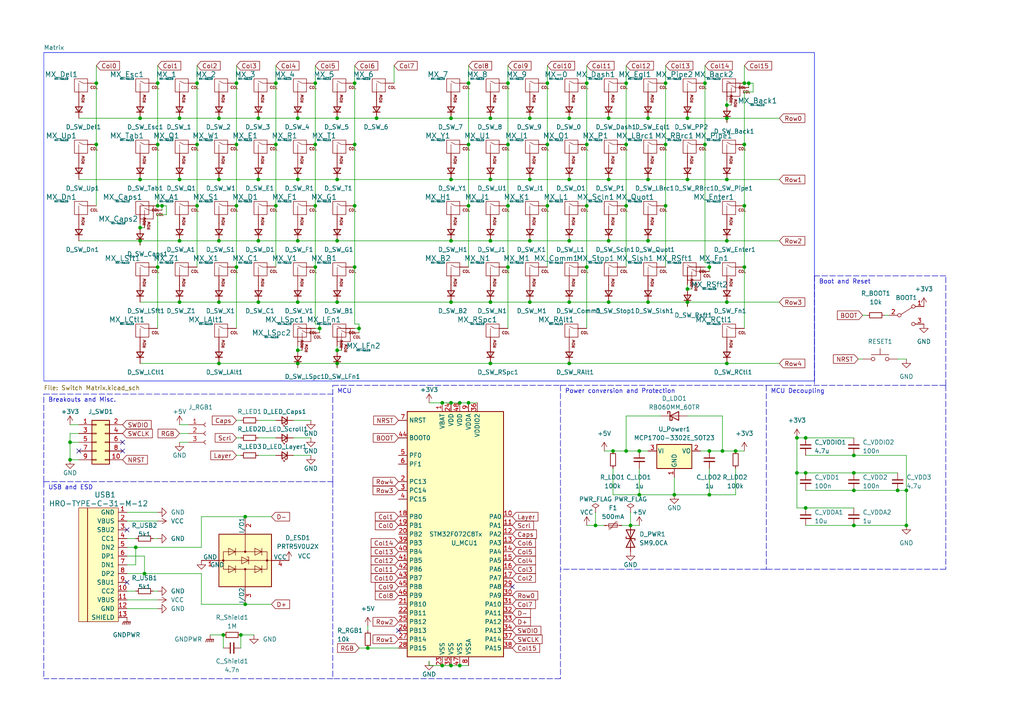
<source format=kicad_sch>
(kicad_sch (version 20211123) (generator eeschema)
  (paper "A4")
  (junction (at 74.93 34.29))
  (junction (at 102.87 41.91))
  (junction (at 181.61 130.81))
  (junction (at 74.93 69.85))
  (junction (at 193.04 41.91))
  (junction (at 181.61 41.91))
  (junction (at 233.68 127))
  (junction (at 210.82 105.41))
  (junction (at 135.89 59.69))
  (junction (at 176.53 52.07))
  (junction (at 233.68 147.32))
  (junction (at 86.36 101.6))
  (junction (at 181.61 24.13))
  (junction (at 52.07 87.63))
  (junction (at 158.75 41.91))
  (junction (at 247.65 152.4))
  (junction (at 210.82 87.63))
  (junction (at 170.18 59.69))
  (junction (at 231.14 137.16))
  (junction (at 233.68 137.16))
  (junction (at 187.96 34.29))
  (junction (at 147.32 24.13))
  (junction (at 91.44 41.91))
  (junction (at 185.42 143.51))
  (junction (at 213.36 130.81))
  (junction (at 165.1 34.29))
  (junction (at 86.36 69.85))
  (junction (at 40.64 52.07))
  (junction (at 170.18 24.13))
  (junction (at 231.14 127))
  (junction (at 91.44 59.69))
  (junction (at 217.17 24.13))
  (junction (at 80.01 24.13))
  (junction (at 106.68 187.96))
  (junction (at 40.64 34.29))
  (junction (at 135.89 41.91))
  (junction (at 199.39 52.07))
  (junction (at 153.67 52.07))
  (junction (at 142.24 52.07))
  (junction (at 158.75 59.69))
  (junction (at 20.32 133.35))
  (junction (at 52.07 52.07))
  (junction (at 176.53 87.63))
  (junction (at 133.35 193.04))
  (junction (at 133.35 116.84))
  (junction (at 130.81 69.85))
  (junction (at 130.81 34.29))
  (junction (at 20.32 128.27))
  (junction (at 153.67 87.63))
  (junction (at 63.5 87.63))
  (junction (at 204.47 41.91))
  (junction (at 147.32 59.69))
  (junction (at 204.47 24.13))
  (junction (at 158.75 24.13))
  (junction (at 102.87 24.13))
  (junction (at 57.15 41.91))
  (junction (at 128.27 193.04))
  (junction (at 102.87 59.69))
  (junction (at 205.74 130.81))
  (junction (at 130.81 87.63))
  (junction (at 185.42 130.81))
  (junction (at 52.07 69.85))
  (junction (at 97.79 105.41))
  (junction (at 97.79 52.07))
  (junction (at 68.58 41.91))
  (junction (at 91.44 24.13))
  (junction (at 40.64 69.85))
  (junction (at 92.71 95.25))
  (junction (at 170.18 41.91))
  (junction (at 210.82 69.85))
  (junction (at 172.72 152.4))
  (junction (at 193.04 59.69))
  (junction (at 71.12 175.26))
  (junction (at 215.9 41.91))
  (junction (at 63.5 69.85))
  (junction (at 46.99 59.69))
  (junction (at 45.72 59.69))
  (junction (at 170.18 77.47))
  (junction (at 80.01 41.91))
  (junction (at 64.77 184.15))
  (junction (at 210.82 52.07))
  (junction (at 97.79 87.63))
  (junction (at 165.1 87.63))
  (junction (at 63.5 105.41))
  (junction (at 165.1 105.41))
  (junction (at 153.67 69.85))
  (junction (at 109.22 34.29))
  (junction (at 215.9 77.47))
  (junction (at 86.36 52.07))
  (junction (at 247.65 132.08))
  (junction (at 199.39 34.29))
  (junction (at 142.24 69.85))
  (junction (at 215.9 59.69))
  (junction (at 182.88 152.4))
  (junction (at 135.89 24.13))
  (junction (at 260.35 142.24))
  (junction (at 40.64 66.04))
  (junction (at 176.53 34.29))
  (junction (at 97.79 69.85))
  (junction (at 41.91 166.37))
  (junction (at 63.5 52.07))
  (junction (at 27.94 24.13))
  (junction (at 52.07 34.29))
  (junction (at 181.61 59.69))
  (junction (at 142.24 87.63))
  (junction (at 205.74 77.47))
  (junction (at 130.81 116.84))
  (junction (at 102.87 77.47))
  (junction (at 147.32 41.91))
  (junction (at 215.9 24.13))
  (junction (at 74.93 87.63))
  (junction (at 39.37 158.75))
  (junction (at 205.74 143.51))
  (junction (at 27.94 41.91))
  (junction (at 68.58 59.69))
  (junction (at 165.1 69.85))
  (junction (at 80.01 59.69))
  (junction (at 153.67 34.29))
  (junction (at 165.1 52.07))
  (junction (at 130.81 52.07))
  (junction (at 210.82 34.29))
  (junction (at 193.04 24.13))
  (junction (at 199.39 87.63))
  (junction (at 199.39 83.82))
  (junction (at 187.96 87.63))
  (junction (at 45.72 77.47))
  (junction (at 130.81 193.04))
  (junction (at 91.44 77.47))
  (junction (at 86.36 105.41))
  (junction (at 247.65 142.24))
  (junction (at 262.89 152.4))
  (junction (at 68.58 24.13))
  (junction (at 45.72 41.91))
  (junction (at 86.36 34.29))
  (junction (at 63.5 34.29))
  (junction (at 69.85 184.15))
  (junction (at 209.55 130.81))
  (junction (at 128.27 116.84))
  (junction (at 71.12 149.86))
  (junction (at 74.93 52.07))
  (junction (at 176.53 69.85))
  (junction (at 86.36 87.63))
  (junction (at 97.79 101.6))
  (junction (at 147.32 77.47))
  (junction (at 247.65 137.16))
  (junction (at 210.82 30.48))
  (junction (at 97.79 34.29))
  (junction (at 142.24 34.29))
  (junction (at 68.58 77.47))
  (junction (at 195.58 143.51))
  (junction (at 45.72 24.13))
  (junction (at 262.89 142.24))
  (junction (at 57.15 59.69))
  (junction (at 187.96 52.07))
  (junction (at 57.15 24.13))
  (junction (at 104.14 95.25))
  (junction (at 187.96 69.85))
  (junction (at 135.89 116.84))
  (junction (at 177.8 130.81))
  (junction (at 142.24 105.41))
  (no_connect (at 148.59 170.18))
  (no_connect (at 35.56 128.27))
  (no_connect (at 22.86 130.81))
  (no_connect (at 115.57 182.88))
  (no_connect (at 36.83 153.67))
  (no_connect (at 36.83 168.91))
  (no_connect (at 35.56 130.81))
  (wire (pts (xy 187.96 52.07) (xy 199.39 52.07)))
  (wire (pts (xy 262.89 142.24) (xy 262.89 152.4)))
  (wire (pts (xy 181.61 59.69) (xy 181.61 77.47)))
  (polyline (pts (xy 222.25 111.76) (xy 222.25 165.1)))
  (wire (pts (xy 182.88 148.59) (xy 182.88 152.4)))
  (wire (pts (xy 191.77 120.65) (xy 181.61 120.65)))
  (wire (pts (xy 215.9 41.91) (xy 215.9 26.67)))
  (wire (pts (xy 57.15 41.91) (xy 57.15 59.69)))
  (wire (pts (xy 68.58 132.08) (xy 69.85 132.08)))
  (wire (pts (xy 177.8 135.89) (xy 177.8 143.51)))
  (wire (pts (xy 74.93 87.63) (xy 86.36 87.63)))
  (wire (pts (xy 170.18 19.05) (xy 170.18 24.13)))
  (wire (pts (xy 124.46 191.77) (xy 124.46 193.04)))
  (wire (pts (xy 86.36 100.33) (xy 86.36 101.6)))
  (wire (pts (xy 97.79 100.33) (xy 97.79 101.6)))
  (wire (pts (xy 69.85 184.15) (xy 73.66 184.15)))
  (wire (pts (xy 86.36 69.85) (xy 97.79 69.85)))
  (wire (pts (xy 209.55 130.81) (xy 213.36 130.81)))
  (wire (pts (xy 40.64 69.85) (xy 52.07 69.85)))
  (polyline (pts (xy 12.7 139.7) (xy 12.7 196.85)))
  (wire (pts (xy 104.14 95.25) (xy 104.14 96.52)))
  (wire (pts (xy 165.1 69.85) (xy 176.53 69.85)))
  (polyline (pts (xy 274.32 165.1) (xy 222.25 165.1)))
  (wire (pts (xy 158.75 41.91) (xy 158.75 59.69)))
  (wire (pts (xy 193.04 41.91) (xy 193.04 59.69)))
  (wire (pts (xy 193.04 24.13) (xy 193.04 41.91)))
  (wire (pts (xy 187.96 87.63) (xy 199.39 87.63)))
  (wire (pts (xy 187.96 34.29) (xy 199.39 34.29)))
  (wire (pts (xy 204.47 41.91) (xy 204.47 76.2)))
  (wire (pts (xy 22.86 52.07) (xy 40.64 52.07)))
  (wire (pts (xy 64.77 184.15) (xy 64.77 187.96)))
  (wire (pts (xy 181.61 19.05) (xy 181.61 24.13)))
  (wire (pts (xy 45.72 59.69) (xy 46.99 59.69)))
  (wire (pts (xy 210.82 29.21) (xy 210.82 30.48)))
  (wire (pts (xy 210.82 34.29) (xy 210.82 35.56)))
  (wire (pts (xy 185.42 143.51) (xy 195.58 143.51)))
  (wire (pts (xy 45.72 19.05) (xy 45.72 24.13)))
  (wire (pts (xy 20.32 123.19) (xy 22.86 123.19)))
  (wire (pts (xy 52.07 87.63) (xy 63.5 87.63)))
  (wire (pts (xy 210.82 34.29) (xy 226.06 34.29)))
  (wire (pts (xy 63.5 105.41) (xy 86.36 105.41)))
  (wire (pts (xy 102.87 95.25) (xy 104.14 95.25)))
  (wire (pts (xy 142.24 105.41) (xy 165.1 105.41)))
  (wire (pts (xy 97.79 105.41) (xy 97.79 106.68)))
  (wire (pts (xy 97.79 34.29) (xy 109.22 34.29)))
  (wire (pts (xy 260.35 104.14) (xy 262.89 104.14)))
  (polyline (pts (xy 236.22 80.01) (xy 236.22 111.76)))
  (wire (pts (xy 36.83 173.99) (xy 45.72 173.99)))
  (wire (pts (xy 52.07 128.27) (xy 54.61 128.27)))
  (wire (pts (xy 215.9 59.69) (xy 215.9 41.91)))
  (wire (pts (xy 217.17 24.13) (xy 217.17 25.4)))
  (wire (pts (xy 147.32 19.05) (xy 147.32 24.13)))
  (wire (pts (xy 142.24 34.29) (xy 153.67 34.29)))
  (wire (pts (xy 36.83 158.75) (xy 39.37 158.75)))
  (wire (pts (xy 80.01 19.05) (xy 80.01 24.13)))
  (wire (pts (xy 102.87 24.13) (xy 102.87 41.91)))
  (wire (pts (xy 57.15 59.69) (xy 57.15 77.47)))
  (wire (pts (xy 74.93 127) (xy 80.01 127)))
  (wire (pts (xy 130.81 52.07) (xy 142.24 52.07)))
  (wire (pts (xy 142.24 69.85) (xy 153.67 69.85)))
  (wire (pts (xy 58.42 166.37) (xy 58.42 175.26)))
  (wire (pts (xy 40.64 64.77) (xy 40.64 66.04)))
  (wire (pts (xy 63.5 87.63) (xy 74.93 87.63)))
  (wire (pts (xy 22.86 69.85) (xy 40.64 69.85)))
  (wire (pts (xy 199.39 87.63) (xy 199.39 88.9)))
  (wire (pts (xy 40.64 87.63) (xy 52.07 87.63)))
  (wire (pts (xy 74.93 34.29) (xy 86.36 34.29)))
  (wire (pts (xy 86.36 105.41) (xy 97.79 105.41)))
  (wire (pts (xy 40.64 105.41) (xy 63.5 105.41)))
  (polyline (pts (xy 274.32 80.01) (xy 236.22 80.01)))
  (wire (pts (xy 39.37 163.83) (xy 36.83 163.83)))
  (polyline (pts (xy 222.25 165.1) (xy 162.56 165.1)))
  (polyline (pts (xy 274.32 111.76) (xy 274.32 80.01)))
  (wire (pts (xy 45.72 62.23) (xy 48.26 62.23)))
  (wire (pts (xy 63.5 69.85) (xy 74.93 69.85)))
  (wire (pts (xy 218.44 24.13) (xy 217.17 24.13)))
  (wire (pts (xy 130.81 116.84) (xy 133.35 116.84)))
  (wire (pts (xy 36.83 166.37) (xy 41.91 166.37)))
  (wire (pts (xy 20.32 133.35) (xy 22.86 133.35)))
  (wire (pts (xy 185.42 135.89) (xy 185.42 143.51)))
  (wire (pts (xy 86.36 105.41) (xy 86.36 106.68)))
  (wire (pts (xy 102.87 19.05) (xy 102.87 24.13)))
  (wire (pts (xy 182.88 152.4) (xy 185.42 152.4)))
  (wire (pts (xy 215.9 95.25) (xy 215.9 77.47)))
  (wire (pts (xy 40.64 34.29) (xy 52.07 34.29)))
  (wire (pts (xy 133.35 116.84) (xy 135.89 116.84)))
  (wire (pts (xy 199.39 82.55) (xy 199.39 83.82)))
  (wire (pts (xy 57.15 24.13) (xy 57.15 41.91)))
  (wire (pts (xy 170.18 152.4) (xy 172.72 152.4)))
  (wire (pts (xy 80.01 24.13) (xy 80.01 41.91)))
  (wire (pts (xy 181.61 120.65) (xy 181.61 130.81)))
  (wire (pts (xy 165.1 34.29) (xy 176.53 34.29)))
  (wire (pts (xy 153.67 52.07) (xy 165.1 52.07)))
  (wire (pts (xy 63.5 52.07) (xy 74.93 52.07)))
  (wire (pts (xy 45.72 77.47) (xy 45.72 62.23)))
  (wire (pts (xy 45.72 41.91) (xy 45.72 59.69)))
  (wire (pts (xy 92.71 95.25) (xy 92.71 93.98)))
  (wire (pts (xy 128.27 116.84) (xy 130.81 116.84)))
  (wire (pts (xy 97.79 105.41) (xy 142.24 105.41)))
  (wire (pts (xy 97.79 101.6) (xy 99.06 101.6)))
  (wire (pts (xy 22.86 125.73) (xy 20.32 125.73)))
  (wire (pts (xy 85.09 121.92) (xy 90.17 121.92)))
  (wire (pts (xy 158.75 59.69) (xy 158.75 77.47)))
  (wire (pts (xy 204.47 24.13) (xy 204.47 41.91)))
  (wire (pts (xy 193.04 19.05) (xy 193.04 24.13)))
  (wire (pts (xy 68.58 41.91) (xy 68.58 59.69)))
  (polyline (pts (xy 162.56 111.76) (xy 222.25 111.76)))
  (wire (pts (xy 231.14 127) (xy 233.68 127)))
  (wire (pts (xy 102.87 77.47) (xy 102.87 93.98)))
  (wire (pts (xy 104.14 187.96) (xy 106.68 187.96)))
  (wire (pts (xy 177.8 143.51) (xy 185.42 143.51)))
  (wire (pts (xy 204.47 19.05) (xy 204.47 24.13)))
  (polyline (pts (xy 222.25 111.76) (xy 274.32 111.76)))
  (wire (pts (xy 40.64 52.07) (xy 52.07 52.07)))
  (wire (pts (xy 86.36 34.29) (xy 97.79 34.29)))
  (wire (pts (xy 170.18 59.69) (xy 170.18 77.47)))
  (wire (pts (xy 46.99 59.69) (xy 46.99 60.96)))
  (wire (pts (xy 102.87 41.91) (xy 102.87 59.69)))
  (wire (pts (xy 210.82 52.07) (xy 226.06 52.07)))
  (wire (pts (xy 233.68 152.4) (xy 247.65 152.4)))
  (wire (pts (xy 153.67 69.85) (xy 165.1 69.85)))
  (wire (pts (xy 215.9 77.47) (xy 215.9 59.69)))
  (wire (pts (xy 218.44 26.67) (xy 218.44 24.13)))
  (wire (pts (xy 231.14 147.32) (xy 231.14 137.16)))
  (wire (pts (xy 209.55 120.65) (xy 209.55 130.81)))
  (wire (pts (xy 52.07 125.73) (xy 54.61 125.73)))
  (wire (pts (xy 57.15 19.05) (xy 57.15 24.13)))
  (wire (pts (xy 48.26 59.69) (xy 46.99 59.69)))
  (wire (pts (xy 41.91 166.37) (xy 58.42 166.37)))
  (wire (pts (xy 231.14 137.16) (xy 231.14 127)))
  (wire (pts (xy 213.36 135.89) (xy 213.36 143.51)))
  (wire (pts (xy 69.85 184.15) (xy 69.85 187.96)))
  (polyline (pts (xy 96.52 139.7) (xy 96.52 196.85)))
  (wire (pts (xy 215.9 26.67) (xy 218.44 26.67)))
  (wire (pts (xy 210.82 105.41) (xy 226.06 105.41)))
  (wire (pts (xy 124.46 193.04) (xy 128.27 193.04)))
  (wire (pts (xy 176.53 34.29) (xy 187.96 34.29)))
  (wire (pts (xy 147.32 24.13) (xy 147.32 41.91)))
  (wire (pts (xy 45.72 24.13) (xy 45.72 41.91)))
  (wire (pts (xy 91.44 24.13) (xy 91.44 41.91)))
  (wire (pts (xy 20.32 128.27) (xy 20.32 133.35)))
  (wire (pts (xy 180.34 152.4) (xy 182.88 152.4)))
  (wire (pts (xy 92.71 93.98) (xy 91.44 93.98)))
  (wire (pts (xy 80.01 59.69) (xy 80.01 77.47)))
  (wire (pts (xy 44.45 171.45) (xy 45.72 171.45)))
  (wire (pts (xy 91.44 41.91) (xy 91.44 59.69)))
  (wire (pts (xy 204.47 77.47) (xy 205.74 77.47)))
  (wire (pts (xy 39.37 158.75) (xy 58.42 158.75)))
  (wire (pts (xy 247.65 152.4) (xy 262.89 152.4)))
  (wire (pts (xy 52.07 69.85) (xy 63.5 69.85)))
  (wire (pts (xy 68.58 77.47) (xy 68.58 95.25)))
  (wire (pts (xy 36.83 156.21) (xy 39.37 156.21)))
  (wire (pts (xy 158.75 24.13) (xy 158.75 41.91)))
  (polyline (pts (xy 274.32 111.76) (xy 274.32 165.1)))
  (wire (pts (xy 147.32 59.69) (xy 147.32 77.47)))
  (wire (pts (xy 158.75 19.05) (xy 158.75 24.13)))
  (wire (pts (xy 130.81 34.29) (xy 142.24 34.29)))
  (wire (pts (xy 205.74 143.51) (xy 213.36 143.51)))
  (wire (pts (xy 63.5 34.29) (xy 74.93 34.29)))
  (wire (pts (xy 36.83 171.45) (xy 39.37 171.45)))
  (wire (pts (xy 262.89 132.08) (xy 262.89 142.24)))
  (wire (pts (xy 68.58 59.69) (xy 68.58 77.47)))
  (wire (pts (xy 247.65 147.32) (xy 233.68 147.32)))
  (wire (pts (xy 20.32 125.73) (xy 20.32 128.27)))
  (wire (pts (xy 74.93 132.08) (xy 80.01 132.08)))
  (wire (pts (xy 187.96 69.85) (xy 210.82 69.85)))
  (wire (pts (xy 74.93 121.92) (xy 80.01 121.92)))
  (wire (pts (xy 58.42 175.26) (xy 71.12 175.26)))
  (wire (pts (xy 71.12 149.86) (xy 78.74 149.86)))
  (wire (pts (xy 36.83 151.13) (xy 45.72 151.13)))
  (wire (pts (xy 260.35 142.24) (xy 262.89 142.24)))
  (wire (pts (xy 97.79 69.85) (xy 130.81 69.85)))
  (polyline (pts (xy 96.52 196.85) (xy 12.7 196.85)))
  (wire (pts (xy 104.14 93.98) (xy 102.87 93.98)))
  (wire (pts (xy 135.89 24.13) (xy 135.89 41.91)))
  (wire (pts (xy 215.9 24.13) (xy 217.17 24.13)))
  (wire (pts (xy 142.24 52.07) (xy 153.67 52.07)))
  (wire (pts (xy 92.71 95.25) (xy 92.71 96.52)))
  (wire (pts (xy 109.22 34.29) (xy 130.81 34.29)))
  (wire (pts (xy 260.35 137.16) (xy 247.65 137.16)))
  (wire (pts (xy 97.79 87.63) (xy 130.81 87.63)))
  (wire (pts (xy 199.39 52.07) (xy 210.82 52.07)))
  (wire (pts (xy 165.1 52.07) (xy 176.53 52.07)))
  (wire (pts (xy 27.94 19.05) (xy 27.94 24.13)))
  (wire (pts (xy 199.39 83.82) (xy 200.66 83.82)))
  (wire (pts (xy 185.42 130.81) (xy 187.96 130.81)))
  (wire (pts (xy 210.82 69.85) (xy 226.06 69.85)))
  (wire (pts (xy 210.82 87.63) (xy 226.06 87.63)))
  (wire (pts (xy 205.74 76.2) (xy 204.47 76.2)))
  (wire (pts (xy 181.61 24.13) (xy 181.61 41.91)))
  (wire (pts (xy 233.68 127) (xy 247.65 127)))
  (wire (pts (xy 247.65 137.16) (xy 233.68 137.16)))
  (wire (pts (xy 250.19 91.44) (xy 251.46 91.44)))
  (wire (pts (xy 175.26 130.81) (xy 177.8 130.81)))
  (wire (pts (xy 199.39 34.29) (xy 210.82 34.29)))
  (wire (pts (xy 106.68 187.96) (xy 115.57 187.96)))
  (wire (pts (xy 135.89 41.91) (xy 135.89 59.69)))
  (polyline (pts (xy 12.7 114.3) (xy 96.52 114.3)))
  (wire (pts (xy 58.42 149.86) (xy 71.12 149.86)))
  (wire (pts (xy 114.3 19.05) (xy 114.3 24.13)))
  (wire (pts (xy 20.32 128.27) (xy 22.86 128.27)))
  (wire (pts (xy 74.93 69.85) (xy 86.36 69.85)))
  (wire (pts (xy 41.91 166.37) (xy 41.91 161.29)))
  (wire (pts (xy 85.09 132.08) (xy 90.17 132.08)))
  (wire (pts (xy 165.1 105.41) (xy 210.82 105.41)))
  (wire (pts (xy 199.39 87.63) (xy 210.82 87.63)))
  (wire (pts (xy 27.94 41.91) (xy 27.94 59.69)))
  (wire (pts (xy 85.09 127) (xy 90.17 127)))
  (wire (pts (xy 39.37 158.75) (xy 39.37 163.83)))
  (wire (pts (xy 68.58 24.13) (xy 68.58 41.91)))
  (wire (pts (xy 203.2 130.81) (xy 205.74 130.81)))
  (wire (pts (xy 205.74 77.47) (xy 205.74 76.2)))
  (wire (pts (xy 52.07 34.29) (xy 63.5 34.29)))
  (wire (pts (xy 233.68 142.24) (xy 247.65 142.24)))
  (wire (pts (xy 97.79 52.07) (xy 130.81 52.07)))
  (wire (pts (xy 102.87 59.69) (xy 102.87 77.47)))
  (wire (pts (xy 256.54 91.44) (xy 257.81 91.44)))
  (wire (pts (xy 172.72 148.59) (xy 172.72 152.4)))
  (wire (pts (xy 91.44 59.69) (xy 91.44 77.47)))
  (wire (pts (xy 213.36 130.81) (xy 215.9 130.81)))
  (wire (pts (xy 176.53 52.07) (xy 187.96 52.07)))
  (wire (pts (xy 68.58 121.92) (xy 69.85 121.92)))
  (wire (pts (xy 135.89 116.84) (xy 138.43 116.84)))
  (wire (pts (xy 124.46 116.84) (xy 128.27 116.84)))
  (wire (pts (xy 195.58 138.43) (xy 195.58 143.51)))
  (wire (pts (xy 86.36 101.6) (xy 87.63 101.6)))
  (wire (pts (xy 68.58 127) (xy 69.85 127)))
  (wire (pts (xy 41.91 161.29) (xy 36.83 161.29)))
  (wire (pts (xy 135.89 19.05) (xy 135.89 24.13)))
  (wire (pts (xy 177.8 130.81) (xy 181.61 130.81)))
  (wire (pts (xy 215.9 19.05) (xy 215.9 24.13)))
  (wire (pts (xy 165.1 87.63) (xy 176.53 87.63)))
  (wire (pts (xy 199.39 120.65) (xy 209.55 120.65)))
  (polyline (pts (xy 162.56 111.76) (xy 162.56 196.85)))
  (wire (pts (xy 233.68 147.32) (xy 231.14 147.32)))
  (wire (pts (xy 181.61 41.91) (xy 181.61 59.69)))
  (wire (pts (xy 248.92 104.14) (xy 250.19 104.14)))
  (wire (pts (xy 36.83 148.59) (xy 45.72 148.59)))
  (wire (pts (xy 74.93 52.07) (xy 86.36 52.07)))
  (wire (pts (xy 170.18 24.13) (xy 170.18 41.91)))
  (wire (pts (xy 80.01 41.91) (xy 80.01 59.69)))
  (wire (pts (xy 247.65 142.24) (xy 260.35 142.24)))
  (wire (pts (xy 91.44 77.47) (xy 91.44 93.98)))
  (wire (pts (xy 71.12 175.26) (xy 78.74 175.26)))
  (wire (pts (xy 58.42 158.75) (xy 58.42 149.86)))
  (wire (pts (xy 170.18 41.91) (xy 170.18 59.69)))
  (wire (pts (xy 135.89 59.69) (xy 135.89 77.47)))
  (wire (pts (xy 170.18 77.47) (xy 170.18 95.25)))
  (wire (pts (xy 106.68 181.61) (xy 106.68 182.88)))
  (wire (pts (xy 195.58 143.51) (xy 205.74 143.51)))
  (wire (pts (xy 153.67 87.63) (xy 165.1 87.63)))
  (polyline (pts (xy 12.7 139.7) (xy 12.7 114.3)))
  (wire (pts (xy 176.53 69.85) (xy 187.96 69.85)))
  (wire (pts (xy 247.65 132.08) (xy 262.89 132.08)))
  (wire (pts (xy 147.32 77.47) (xy 147.32 95.25)))
  (wire (pts (xy 205.74 130.81) (xy 209.55 130.81)))
  (polyline (pts (xy 96.52 111.76) (xy 162.56 111.76)))
  (wire (pts (xy 86.36 87.63) (xy 97.79 87.63)))
  (wire (pts (xy 153.67 34.29) (xy 165.1 34.29)))
  (wire (pts (xy 233.68 137.16) (xy 231.14 137.16)))
  (wire (pts (xy 142.24 87.63) (xy 153.67 87.63)))
  (wire (pts (xy 44.45 156.21) (xy 45.72 156.21)))
  (wire (pts (xy 205.74 77.47) (xy 205.74 78.74)))
  (wire (pts (xy 172.72 152.4) (xy 175.26 152.4)))
  (polyline (pts (xy 12.7 139.7) (xy 96.52 139.7)))
  (wire (pts (xy 147.32 41.91) (xy 147.32 59.69)))
  (wire (pts (xy 91.44 95.25) (xy 92.71 95.25)))
  (wire (pts (xy 181.61 130.81) (xy 185.42 130.81)))
  (wire (pts (xy 91.44 19.05) (xy 91.44 24.13)))
  (polyline (pts (xy 162.56 196.85) (xy 96.52 196.85)))
  (polyline (pts (xy 96.52 139.7) (xy 96.52 111.76)))
  (wire (pts (xy 130.81 87.63) (xy 142.24 87.63)))
  (wire (pts (xy 130.81 193.04) (xy 133.35 193.04)))
  (wire (pts (xy 40.64 69.85) (xy 40.64 71.12)))
  (wire (pts (xy 48.26 62.23) (xy 48.26 59.69)))
  (wire (pts (xy 86.36 52.07) (xy 97.79 52.07)))
  (wire (pts (xy 104.14 95.25) (xy 104.14 93.98)))
  (wire (pts (xy 27.94 24.13) (xy 27.94 41.91)))
  (wire (pts (xy 176.53 87.63) (xy 187.96 87.63)))
  (wire (pts (xy 128.27 193.04) (xy 130.81 193.04)))
  (wire (pts (xy 40.64 66.04) (xy 41.91 66.04)))
  (wire (pts (xy 68.58 19.05) (xy 68.58 24.13)))
  (wire (pts (xy 210.82 30.48) (xy 212.09 30.48)))
  (wire (pts (xy 22.86 34.29) (xy 40.64 34.29)))
  (wire (pts (xy 233.68 132.08) (xy 247.65 132.08)))
  (wire (pts (xy 52.07 123.19) (xy 54.61 123.19)))
  (wire (pts (xy 193.04 59.69) (xy 193.04 77.47)))
  (wire (pts (xy 60.96 184.15) (xy 64.77 184.15)))
  (wire (pts (xy 205.74 135.89) (xy 205.74 143.51)))
  (wire (pts (xy 133.35 193.04) (xy 135.89 193.04)))
  (wire (pts (xy 52.07 52.07) (xy 63.5 52.07)))
  (wire (pts (xy 45.72 95.25) (xy 45.72 77.47)))
  (wire (pts (xy 36.83 176.53) (xy 45.72 176.53)))
  (wire (pts (xy 130.81 69.85) (xy 142.24 69.85)))
  (text "USB and ESD" (at 13.97 142.24 0) (effects (font (size 1.27 1.27)) (justify left bottom)))
  (text "Power conversion and Protection" (at 163.83 114.3 0) (effects (font (size 1.27 1.27)) (justify left bottom)))
  (text "MCU" (at 97.79 114.3 0) (effects (font (size 1.27 1.27)) (justify left bottom)))
  (text "Boot and Reset" (at 237.49 82.55 0) (effects (font (size 1.27 1.27)) (justify left bottom)))
  (text "MCU Decoupling" (at 223.52 114.3 0) (effects (font (size 1.27 1.27)) (justify left bottom)))
  (text "Breakouts and Misc." (at 13.97 116.84 0) (effects (font (size 1.27 1.27)) (justify left bottom)))
  (global_label "Col1" (shape input) (at 45.72 19.05 0) (property "Intersheet References" "${INTERSHEET_REFS}" (effects hide)))
  (global_label "Col12" (shape input) (at 115.57 162.56 180) (property "Intersheet References" "${INTERSHEET_REFS}" (effects hide)))
  (global_label "Col15" (shape input) (at 215.9 19.05 0) (property "Intersheet References" "${INTERSHEET_REFS}" (effects hide)))
  (global_label "Col2" (shape input) (at 57.15 19.05 0) (property "Intersheet References" "${INTERSHEET_REFS}" (effects hide)))
  (global_label "RGB" (shape input) (at 104.14 187.96 180) (property "Intersheet References" "${INTERSHEET_REFS}" (effects hide)))
  (global_label "Row0" (shape input) (at 226.06 34.29 0) (property "Intersheet References" "${INTERSHEET_REFS}" (effects hide)))
  (global_label "Layer" (shape input) (at 148.59 149.86 0) (property "Intersheet References" "${INTERSHEET_REFS}" (effects hide)))
  (global_label "Row2" (shape input) (at 115.57 180.34 180) (property "Intersheet References" "${INTERSHEET_REFS}" (effects hide)))
  (global_label "Scrl" (shape input) (at 148.59 152.4 0) (property "Intersheet References" "${INTERSHEET_REFS}" (effects hide)))
  (global_label "Caps" (shape input) (at 148.59 154.94 0) (property "Intersheet References" "${INTERSHEET_REFS}" (effects hide)))
  (global_label "Col1" (shape input) (at 115.57 149.86 180) (property "Intersheet References" "${INTERSHEET_REFS}" (effects hide)))
  (global_label "Col11" (shape input) (at 115.57 165.1 180) (property "Intersheet References" "${INTERSHEET_REFS}" (effects hide)))
  (global_label "Col10" (shape input) (at 158.75 19.05 0) (property "Intersheet References" "${INTERSHEET_REFS}" (effects hide)))
  (global_label "Col6" (shape input) (at 102.87 19.05 0) (property "Intersheet References" "${INTERSHEET_REFS}" (effects hide)))
  (global_label "Col3" (shape input) (at 148.59 165.1 0) (property "Intersheet References" "${INTERSHEET_REFS}" (effects hide)))
  (global_label "Row3" (shape input) (at 115.57 142.24 180) (property "Intersheet References" "${INTERSHEET_REFS}" (effects hide)))
  (global_label "D-" (shape input) (at 148.59 177.8 0) (property "Intersheet References" "${INTERSHEET_REFS}" (effects hide)))
  (global_label "Col14" (shape input) (at 204.47 19.05 0) (property "Intersheet References" "${INTERSHEET_REFS}" (effects hide)))
  (global_label "NRST" (shape input) (at 248.92 104.14 180) (property "Intersheet References" "${INTERSHEET_REFS}" (effects hide)))
  (global_label "Row2" (shape input) (at 226.06 69.85 0) (property "Intersheet References" "${INTERSHEET_REFS}" (effects hide)))
  (global_label "SWDIO" (shape input) (at 35.56 123.19 0) (property "Intersheet References" "${INTERSHEET_REFS}" (effects hide)))
  (global_label "Row4" (shape input) (at 115.57 139.7 180) (property "Intersheet References" "${INTERSHEET_REFS}" (effects hide)))
  (global_label "Col9" (shape input) (at 115.57 170.18 180) (property "Intersheet References" "${INTERSHEET_REFS}" (effects hide)))
  (global_label "Col5" (shape input) (at 91.44 19.05 0) (property "Intersheet References" "${INTERSHEET_REFS}" (effects hide)))
  (global_label "Caps" (shape input) (at 68.58 121.92 180) (property "Intersheet References" "${INTERSHEET_REFS}" (effects hide)))
  (global_label "Col14" (shape input) (at 115.57 157.48 180) (property "Intersheet References" "${INTERSHEET_REFS}" (effects hide)))
  (global_label "Row3" (shape input) (at 226.06 87.63 0) (property "Intersheet References" "${INTERSHEET_REFS}" (effects hide)))
  (global_label "SWCLK" (shape input) (at 148.59 185.42 0) (property "Intersheet References" "${INTERSHEET_REFS}" (effects hide)))
  (global_label "Row4" (shape input) (at 226.06 105.41 0) (property "Intersheet References" "${INTERSHEET_REFS}" (effects hide)))
  (global_label "Col13" (shape input) (at 115.57 160.02 180) (property "Intersheet References" "${INTERSHEET_REFS}" (effects hide)))
  (global_label "Col9" (shape input) (at 147.32 19.05 0) (property "Intersheet References" "${INTERSHEET_REFS}" (effects hide)))
  (global_label "Scrl" (shape input) (at 68.58 127 180) (property "Intersheet References" "${INTERSHEET_REFS}" (effects hide)))
  (global_label "Col12" (shape input) (at 181.61 19.05 0) (property "Intersheet References" "${INTERSHEET_REFS}" (effects hide)))
  (global_label "Col0" (shape input) (at 27.94 19.05 0) (property "Intersheet References" "${INTERSHEET_REFS}" (effects hide)))
  (global_label "Row1" (shape input) (at 115.57 185.42 180) (property "Intersheet References" "${INTERSHEET_REFS}" (effects hide)))
  (global_label "Col4" (shape input) (at 80.01 19.05 0) (property "Intersheet References" "${INTERSHEET_REFS}" (effects hide)))
  (global_label "Row1" (shape input) (at 226.06 52.07 0) (property "Intersheet References" "${INTERSHEET_REFS}" (effects hide)))
  (global_label "Col15" (shape input) (at 148.59 187.96 0) (property "Intersheet References" "${INTERSHEET_REFS}" (effects hide)))
  (global_label "Col4" (shape input) (at 148.59 162.56 0) (property "Intersheet References" "${INTERSHEET_REFS}" (effects hide)))
  (global_label "Layer" (shape input) (at 68.58 132.08 180) (property "Intersheet References" "${INTERSHEET_REFS}" (effects hide)))
  (global_label "BOOT" (shape input) (at 250.19 91.44 180) (property "Intersheet References" "${INTERSHEET_REFS}" (effects hide)))
  (global_label "RGB" (shape input) (at 52.07 125.73 180) (property "Intersheet References" "${INTERSHEET_REFS}" (effects hide)))
  (global_label "NRST" (shape input) (at 35.56 133.35 0) (property "Intersheet References" "${INTERSHEET_REFS}" (effects hide)))
  (global_label "Col5" (shape input) (at 148.59 160.02 0) (property "Intersheet References" "${INTERSHEET_REFS}" (effects hide)))
  (global_label "Col7" (shape input) (at 148.59 175.26 0) (property "Intersheet References" "${INTERSHEET_REFS}" (effects hide)))
  (global_label "D-" (shape input) (at 78.74 149.86 0) (property "Intersheet References" "${INTERSHEET_REFS}" (effects hide)))
  (global_label "D+" (shape input) (at 78.74 175.26 0) (property "Intersheet References" "${INTERSHEET_REFS}" (effects hide)))
  (global_label "Col2" (shape input) (at 148.59 167.64 0) (property "Intersheet References" "${INTERSHEET_REFS}" (effects hide)))
  (global_label "Col7" (shape input) (at 114.3 19.05 0) (property "Intersheet References" "${INTERSHEET_REFS}" (effects hide)))
  (global_label "SWCLK" (shape input) (at 35.56 125.73 0) (property "Intersheet References" "${INTERSHEET_REFS}" (effects hide)))
  (global_label "Col0" (shape input) (at 115.57 152.4 180) (property "Intersheet References" "${INTERSHEET_REFS}" (effects hide)))
  (global_label "Col8" (shape input) (at 135.89 19.05 0) (property "Intersheet References" "${INTERSHEET_REFS}" (effects hide)))
  (global_label "Col8" (shape input) (at 115.57 172.72 180) (property "Intersheet References" "${INTERSHEET_REFS}" (effects hide)))
  (global_label "Col3" (shape input) (at 68.58 19.05 0) (property "Intersheet References" "${INTERSHEET_REFS}" (effects hide)))
  (global_label "Col10" (shape input) (at 115.57 167.64 180) (property "Intersheet References" "${INTERSHEET_REFS}" (effects hide)))
  (global_label "Col13" (shape input) (at 193.04 19.05 0) (property "Intersheet References" "${INTERSHEET_REFS}" (effects hide)))
  (global_label "SWDIO" (shape input) (at 148.59 182.88 0) (property "Intersheet References" "${INTERSHEET_REFS}" (effects hide)))
  (global_label "BOOT" (shape input) (at 115.57 127 180) (property "Intersheet References" "${INTERSHEET_REFS}" (effects hide)))
  (global_label "Row0" (shape input) (at 148.59 172.72 0) (property "Intersheet References" "${INTERSHEET_REFS}" (effects hide)))
  (global_label "D+" (shape input) (at 148.59 180.34 0) (property "Intersheet References" "${INTERSHEET_REFS}" (effects hide)))
  (global_label "Col6" (shape input) (at 148.59 157.48 0) (property "Intersheet References" "${INTERSHEET_REFS}" (effects hide)))
  (global_label "Col11" (shape input) (at 170.18 19.05 0) (property "Intersheet References" "${INTERSHEET_REFS}" (effects hide)))
  (global_label "NRST" (shape input) (at 115.57 121.92 180) (property "Intersheet References" "${INTERSHEET_REFS}" (effects hide)))
  (symbol (lib_id "FMKC_Parts:MX-NoLED") (at 110.49 25.4 0) (unit 1)
    (property "Reference" "MX_6" (at 105.41 21.59 0) (effects (font (size 1.524 1.524))))
    (property "Value" "MX-NoLED" (at 105.41 22.86 0) (effects (font (size 0.508 0.508))))
    (property "Footprint" "MX_Only:MX_1u_NoLED" (effects hide))
  )
  (symbol (lib_id "power:GND") (at 90.17 132.08 0) (unit 1)
    (property "Reference" "#PWR0117" (effects hide))
    (property "Value" "GND" (at 90.17 135.89 0))
  )
  (symbol (lib_id "Device:D_Small") (at 142.24 49.53 90) (unit 1)
    (property "Reference" "D_SW_U1" (at 138.43 54.61 90) (effects (justify right)))
    (property "Value" "D_Small" (effects hide))
    (property "Footprint" "Diode_SMD:D_SOD-123" (effects hide))
  )
  (symbol (lib_id "Regulator_Linear:MCP1700-3302E_SOT23") (at 195.58 130.81 0) (unit 1)
    (property "Reference" "U_Power1" (at 195.58 124.46 0))
    (property "Value" "MCP1700-3302E_SOT23" (at 195.58 127 0))
    (property "Footprint" "Package_TO_SOT_SMD:SOT-23" (effects hide))
    (property "Datasheet" "http://ww1.microchip.com/downloads/en/DeviceDoc/20001826D.pdf" (effects hide))
  )
  (symbol (lib_id "FMKC_Parts:MX-NoLED") (at 88.9 97.79 0) (unit 1)
    (property "Reference" "MX_LSpc2" (at 78.74 96.52 0) (effects (font (size 1.524 1.524))))
    (property "Value" "MX-NoLED" (at 78.74 97.79 0) (effects (font (size 0.508 0.508))))
    (property "Footprint" "MX_Only:MX_2u_ReversedStabilizers_NoLED" (effects hide))
  )
  (symbol (lib_id "FMKC_Parts:MX-NoLED") (at 189.23 78.74 0) (unit 1)
    (property "Reference" "MX_Slsh1" (at 184.15 74.93 0) (effects (font (size 1.524 1.524))))
    (property "Value" "MX-NoLED" (at 184.15 76.2 0) (effects (font (size 0.508 0.508))))
    (property "Footprint" "MX_Only:MX_1u_NoLED" (effects hide))
  )
  (symbol (lib_id "Device:C_Small") (at 233.68 149.86 0) (unit 1)
    (property "Reference" "C_VDDA1" (at 236.22 148.5962 0) (effects (justify left)))
    (property "Value" "10u" (at 236.22 151.1362 0) (effects (justify left)))
    (property "Footprint" "Capacitor_SMD:C_0402_1005Metric" (effects hide))
  )
  (symbol (lib_id "power:GND") (at 73.66 184.15 0) (unit 1)
    (property "Reference" "#PWR0111" (effects hide))
    (property "Value" "GND" (at 76.2 185.4199 0) (effects (justify left)))
  )
  (symbol (lib_id "Device:D_Small") (at 142.24 85.09 90) (unit 1)
    (property "Reference" "D_SW_N1" (at 138.43 90.17 90) (effects (justify right)))
    (property "Value" "D_Small" (effects hide))
    (property "Footprint" "Diode_SMD:D_SOD-123" (effects hide))
  )
  (symbol (lib_id "FMKC_Parts:MX-NoLED") (at 132.08 78.74 0) (unit 1)
    (property "Reference" "MX_B2" (at 127 74.93 0) (effects (font (size 1.524 1.524))))
    (property "Value" "MX-NoLED" (at 127 76.2 0) (effects (font (size 0.508 0.508))))
    (property "Footprint" "MX_Only:MX_1u_NoLED" (effects hide))
  )
  (symbol (lib_id "FMKC_Parts:MX-NoLED") (at 166.37 96.52 0) (unit 1)
    (property "Reference" "MX_RAlt1" (at 161.29 92.71 0) (effects (font (size 1.524 1.524))))
    (property "Value" "MX-NoLED" (at 161.29 93.98 0) (effects (font (size 0.508 0.508))))
    (property "Footprint" "MX_Only:MX_1.5u_NoLED" (effects hide))
  )
  (symbol (lib_id "FMKC_Parts:MX-NoLED") (at 132.08 25.4 0) (unit 1)
    (property "Reference" "MX_7" (at 127 21.59 0) (effects (font (size 1.524 1.524))))
    (property "Value" "MX-NoLED" (at 127 22.86 0) (effects (font (size 0.508 0.508))))
    (property "Footprint" "MX_Only:MX_1u_NoLED" (effects hide))
  )
  (symbol (lib_id "Device:R_Small") (at 41.91 171.45 90) (unit 1)
    (property "Reference" "R_USB1" (at 41.91 167.64 90))
    (property "Value" "5k1" (at 41.91 170.18 90))
    (property "Footprint" "Resistor_SMD:R_0402_1005Metric" (effects hide))
  )
  (symbol (lib_id "Device:R_Small") (at 72.39 127 90) (unit 1)
    (property "Reference" "R_LED2" (at 72.39 124.46 90))
    (property "Value" "R_Small" (effects hide))
    (property "Footprint" "Resistor_SMD:R_0402_1005Metric" (effects hide))
  )
  (symbol (lib_id "FMKC_Parts:MX-NoLED") (at 76.2 43.18 0) (unit 1)
    (property "Reference" "MX_E1" (at 71.12 39.37 0) (effects (font (size 1.524 1.524))))
    (property "Value" "MX-NoLED" (at 71.12 40.64 0) (effects (font (size 0.508 0.508))))
    (property "Footprint" "MX_Only:MX_1u_NoLED" (effects hide))
  )
  (symbol (lib_id "power:PWR_FLAG") (at 182.88 148.59 0) (unit 1)
    (property "Reference" "#FLG0101" (effects hide))
    (property "Value" "PWR_FLAG" (at 182.88 144.78 0))
  )
  (symbol (lib_id "FMKC_Parts:MX-NoLED") (at 53.34 78.74 0) (unit 1)
    (property "Reference" "MX_Z1" (at 48.26 74.93 0) (effects (font (size 1.524 1.524))))
    (property "Value" "MX-NoLED" (at 48.26 76.2 0) (effects (font (size 0.508 0.508))))
    (property "Footprint" "MX_Only:MX_1u_NoLED" (effects hide))
  )
  (symbol (lib_id "FMKC_Parts:MX-NoLED") (at 154.94 43.18 0) (unit 1)
    (property "Reference" "MX_I1" (at 149.86 39.37 0) (effects (font (size 1.524 1.524))))
    (property "Value" "MX-NoLED" (at 149.86 40.64 0) (effects (font (size 0.508 0.508))))
    (property "Footprint" "MX_Only:MX_1u_NoLED" (effects hide))
  )
  (symbol (lib_id "power:GND") (at 182.88 160.02 0) (unit 1)
    (property "Reference" "#PWR0125" (effects hide))
    (property "Value" "GND" (at 182.88 163.83 0))
  )
  (symbol (lib_id "Device:D_Small") (at 86.36 67.31 90) (unit 1)
    (property "Reference" "D_SW_F1" (at 82.55 72.39 90) (effects (justify right)))
    (property "Value" "D_Small" (effects hide))
    (property "Footprint" "Diode_SMD:D_SOD-123" (effects hide))
  )
  (symbol (lib_id "FMKC_Parts:MX-NoLED") (at 213.36 26.67 0) (unit 1)
    (property "Reference" "MX_Back1" (at 219.71 29.21 0) (effects (font (size 1.524 1.524))))
    (property "Value" "MX-NoLED" (at 219.71 30.48 0) (effects (font (size 0.508 0.508))))
    (property "Footprint" "MX_Only:MX_2u_NoLED" (effects hide))
  )
  (symbol (lib_id "Device:D_Small") (at 165.1 67.31 90) (unit 1)
    (property "Reference" "D_SW_L1" (at 161.29 72.39 90) (effects (justify right)))
    (property "Value" "D_Small" (effects hide))
    (property "Footprint" "Diode_SMD:D_SOD-123" (effects hide))
  )
  (symbol (lib_id "power:GND") (at 124.46 191.77 0) (unit 1)
    (property "Reference" "#PWR0113" (effects hide))
    (property "Value" "GND" (at 124.46 195.58 0))
  )
  (symbol (lib_id "FMKC_Parts:MX-NoLED") (at 154.94 25.4 0) (unit 1)
    (property "Reference" "MX_9" (at 149.86 21.59 0) (effects (font (size 1.524 1.524))))
    (property "Value" "MX-NoLED" (at 149.86 22.86 0) (effects (font (size 0.508 0.508))))
    (property "Footprint" "MX_Only:MX_1u_NoLED" (effects hide))
  )
  (symbol (lib_id "power:GND") (at 45.72 176.53 90) (unit 1)
    (property "Reference" "#PWR0106" (effects hide))
    (property "Value" "GND" (at 49.53 176.5299 90) (effects (justify right)))
  )
  (symbol (lib_id "Device:C_Small") (at 185.42 133.35 0) (unit 1)
    (property "Reference" "C_LDO1" (at 181.61 138.43 0) (effects (justify left)))
    (property "Value" "1u" (at 184.15 140.97 0) (effects (justify left)))
    (property "Footprint" "Capacitor_SMD:C_0402_1005Metric" (effects hide))
  )
  (symbol (lib_id "Device:D_Small") (at 130.81 67.31 90) (unit 1)
    (property "Reference" "D_SW_H1" (at 127 72.39 90) (effects (justify right)))
    (property "Value" "D_Small" (effects hide))
    (property "Footprint" "Diode_SMD:D_SOD-123" (effects hide))
  )
  (symbol (lib_id "power:+5V") (at 175.26 130.81 0) (unit 1)
    (property "Reference" "#PWR0123" (effects hide))
    (property "Value" "+5V" (at 175.26 125.73 0))
  )
  (symbol (lib_id "FMKC_Parts:MX-NoLED") (at 24.13 43.18 0) (unit 1)
    (property "Reference" "MX_Up1" (at 17.78 39.37 0) (effects (font (size 1.524 1.524))))
    (property "Value" "MX-NoLED" (at 17.78 40.64 0) (effects (font (size 0.508 0.508))))
    (property "Footprint" "MX_Only:MX_1u_NoLED" (effects hide))
  )
  (symbol (lib_id "Device:D_Small") (at 142.24 67.31 90) (unit 1)
    (property "Reference" "D_SW_J1" (at 138.43 72.39 90) (effects (justify right)))
    (property "Value" "D_Small" (effects hide))
    (property "Footprint" "Diode_SMD:D_SOD-123" (effects hide))
  )
  (symbol (lib_id "Device:D_Small") (at 40.64 68.58 90) (unit 1)
    (property "Reference" "D_SW_Caps1" (at 36.83 73.66 90) (effects (justify right)))
    (property "Value" "D_Small" (effects hide))
    (property "Footprint" "Diode_SMD:D_SOD-123" (effects hide))
  )
  (symbol (lib_id "power:GND") (at 20.32 133.35 0) (unit 1)
    (property "Reference" "#PWR0115" (effects hide))
    (property "Value" "GND" (at 20.32 137.16 0))
  )
  (symbol (lib_id "FMKC_Parts:MX-NoLED") (at 166.37 60.96 0) (unit 1)
    (property "Reference" "MX_L1" (at 161.29 57.15 0) (effects (font (size 1.524 1.524))))
    (property "Value" "MX-NoLED" (at 161.29 58.42 0) (effects (font (size 0.508 0.508))))
    (property "Footprint" "MX_Only:MX_1u_NoLED" (effects hide))
  )
  (symbol (lib_id "Device:D_Small") (at 187.96 67.31 90) (unit 1)
    (property "Reference" "D_SW_Quot1" (at 184.15 72.39 90) (effects (justify right)))
    (property "Value" "D_Small" (effects hide))
    (property "Footprint" "Diode_SMD:D_SOD-123" (effects hide))
  )
  (symbol (lib_id "Device:D_Small") (at 52.07 85.09 90) (unit 1)
    (property "Reference" "D_SW_Z1" (at 48.26 90.17 90) (effects (justify right)))
    (property "Value" "D_Small" (effects hide))
    (property "Footprint" "Diode_SMD:D_SOD-123" (effects hide))
  )
  (symbol (lib_id "FMKC_Parts:MX-NoLED") (at 64.77 25.4 0) (unit 1)
    (property "Reference" "MX_2" (at 59.69 21.59 0) (effects (font (size 1.524 1.524))))
    (property "Value" "MX-NoLED" (at 59.69 22.86 0) (effects (font (size 0.508 0.508))))
    (property "Footprint" "MX_Only:MX_1u_NoLED" (effects hide))
  )
  (symbol (lib_id "FMKC_Parts:MX-NoLED") (at 53.34 25.4 0) (unit 1)
    (property "Reference" "MX_1" (at 48.26 21.59 0) (effects (font (size 1.524 1.524))))
    (property "Value" "MX-NoLED" (at 48.26 22.86 0) (effects (font (size 0.508 0.508))))
    (property "Footprint" "MX_Only:MX_1u_NoLED" (effects hide))
  )
  (symbol (lib_id "power:GND") (at 262.89 152.4 0) (unit 1)
    (property "Reference" "#PWR0129" (effects hide))
    (property "Value" "GND" (at 262.89 157.48 0))
  )
  (symbol (lib_id "Device:C_Small") (at 67.31 187.96 90) (unit 1)
    (property "Reference" "C_Shield1" (at 67.31 191.77 90))
    (property "Value" "4.7n" (at 67.31 194.31 90))
    (property "Footprint" "Capacitor_SMD:C_0402_1005Metric" (effects hide))
  )
  (symbol (lib_id "FMKC_Parts:MX-NoLED") (at 212.09 96.52 0) (unit 1)
    (property "Reference" "MX_RCtl1" (at 207.01 92.71 0) (effects (font (size 1.524 1.524))))
    (property "Value" "MX-NoLED" (at 207.01 93.98 0) (effects (font (size 0.508 0.508))))
    (property "Footprint" "MX_Only:MX_1.5u_NoLED" (effects hide))
  )
  (symbol (lib_id "FMKC_Parts:MX-NoLED") (at 99.06 60.96 0) (unit 1)
    (property "Reference" "MX_G1" (at 93.98 57.15 0) (effects (font (size 1.524 1.524))))
    (property "Value" "MX-NoLED" (at 93.98 58.42 0) (effects (font (size 0.508 0.508))))
    (property "Footprint" "MX_Only:MX_1u_NoLED" (effects hide))
  )
  (symbol (lib_id "Device:D_Small") (at 40.64 49.53 90) (unit 1)
    (property "Reference" "D_SW_Tab1" (at 36.83 54.61 90) (effects (justify right)))
    (property "Value" "D_Small" (effects hide))
    (property "Footprint" "Diode_SMD:D_SOD-123" (effects hide))
  )
  (symbol (lib_id "FMKC_Parts:MX-NoLED") (at 177.8 25.4 0) (unit 1)
    (property "Reference" "MX_Dash1" (at 172.72 21.59 0) (effects (font (size 1.524 1.524))))
    (property "Value" "MX-NoLED" (at 172.72 22.86 0) (effects (font (size 0.508 0.508))))
    (property "Footprint" "MX_Only:MX_1u_NoLED" (effects hide))
  )
  (symbol (lib_id "Device:C_Small") (at 260.35 139.7 0) (unit 1)
    (property "Reference" "C_VDD3" (at 262.89 138.4362 0) (effects (justify left)))
    (property "Value" "4.7u" (at 262.89 140.9762 0) (effects (justify left)))
    (property "Footprint" "Capacitor_SMD:C_0402_1005Metric" (effects hide))
  )
  (symbol (lib_id "FMKC_Parts:MX-NoLED") (at 87.63 78.74 0) (unit 1)
    (property "Reference" "MX_V1" (at 82.55 74.93 0) (effects (font (size 1.524 1.524))))
    (property "Value" "MX-NoLED" (at 82.55 76.2 0) (effects (font (size 0.508 0.508))))
    (property "Footprint" "MX_Only:MX_1u_NoLED" (effects hide))
  )
  (symbol (lib_id "Device:R_Small") (at 254 91.44 90) (unit 1)
    (property "Reference" "R_BOOT1" (at 254 85.09 90))
    (property "Value" "10k" (at 254 87.63 90))
    (property "Footprint" "Resistor_SMD:R_0402_1005Metric" (effects hide))
  )
  (symbol (lib_id "Device:D_Small") (at 176.53 31.75 90) (unit 1)
    (property "Reference" "D_SW_Dash1" (at 172.72 36.83 90) (effects (justify right)))
    (property "Value" "D_Small" (effects hide))
    (property "Footprint" "Diode_SMD:D_SOD-123" (effects hide))
  )
  (symbol (lib_id "Device:C_Small") (at 247.65 149.86 0) (unit 1)
    (property "Reference" "C_VDDA2" (at 250.19 148.5962 0) (effects (justify left)))
    (property "Value" "1u" (at 250.19 151.1362 0) (effects (justify left)))
    (property "Footprint" "Capacitor_SMD:C_0402_1005Metric" (effects hide))
  )
  (symbol (lib_id "FMKC_Parts:MX-NoLED") (at 64.77 78.74 0) (unit 1)
    (property "Reference" "MX_X1" (at 59.69 74.93 0) (effects (font (size 1.524 1.524))))
    (property "Value" "MX-NoLED" (at 59.69 76.2 0) (effects (font (size 0.508 0.508))))
    (property "Footprint" "MX_Only:MX_1u_NoLED" (effects hide))
  )
  (symbol (lib_id "Device:Polyfuse_Small") (at 177.8 152.4 90) (unit 1)
    (property "Reference" "F1" (at 177.8 147.32 90))
    (property "Value" "500mA" (at 177.8 149.86 90))
    (property "Footprint" "Fuse:Fuse_0805_2012Metric" (effects hide))
  )
  (symbol (lib_id "Device:D_Small") (at 165.1 85.09 90) (unit 1)
    (property "Reference" "D_SW_Comm1" (at 161.29 90.17 90) (effects (justify right)))
    (property "Value" "D_Small" (effects hide))
    (property "Footprint" "Diode_SMD:D_SOD-123" (effects hide))
  )
  (symbol (lib_id "Device:D_Small") (at 86.36 49.53 90) (unit 1)
    (property "Reference" "D_SW_R1" (at 82.55 54.61 90) (effects (justify right)))
    (property "Value" "D_Small" (effects hide))
    (property "Footprint" "Diode_SMD:D_SOD-123" (effects hide))
  )
  (symbol (lib_id "Device:D_Small") (at 187.96 49.53 90) (unit 1)
    (property "Reference" "D_SW_LBrc1" (at 184.15 54.61 90) (effects (justify right)))
    (property "Value" "D_Small" (effects hide))
    (property "Footprint" "Diode_SMD:D_SOD-123" (effects hide))
  )
  (symbol (lib_id "FMKC_Parts:MX-NoLED") (at 99.06 96.52 0) (unit 1)
    (property "Reference" "MX_LFn1" (at 93.98 92.71 0) (effects (font (size 1.524 1.524))))
    (property "Value" "MX-NoLED" (at 93.98 93.98 0) (effects (font (size 0.508 0.508))))
    (property "Footprint" "MX_Only:MX_1u_NoLED" (effects hide))
  )
  (symbol (lib_id "Device:D_Small") (at 142.24 102.87 90) (unit 1)
    (property "Reference" "D_SW_RSpc1" (at 138.43 107.95 90) (effects (justify right)))
    (property "Value" "D_Small" (effects hide))
    (property "Footprint" "Diode_SMD:D_SOD-123" (effects hide))
  )
  (symbol (lib_id "Device:D_Small") (at 176.53 67.31 90) (unit 1)
    (property "Reference" "D_SW_Scln1" (at 172.72 72.39 90) (effects (justify right)))
    (property "Value" "D_Small" (effects hide))
    (property "Footprint" "Diode_SMD:D_SOD-123" (effects hide))
  )
  (symbol (lib_id "FMKC_Parts:MX-NoLED") (at 189.23 25.4 0) (unit 1)
    (property "Reference" "MX_Eql1" (at 184.15 21.59 0) (effects (font (size 1.524 1.524))))
    (property "Value" "MX-NoLED" (at 184.15 22.86 0) (effects (font (size 0.508 0.508))))
    (property "Footprint" "MX_Only:MX_1u_NoLED" (effects hide))
  )
  (symbol (lib_id "FMKC_Parts:MX-NoLED") (at 64.77 60.96 0) (unit 1)
    (property "Reference" "MX_S1" (at 59.69 57.15 0) (effects (font (size 1.524 1.524))))
    (property "Value" "MX-NoLED" (at 59.69 58.42 0) (effects (font (size 0.508 0.508))))
    (property "Footprint" "MX_Only:MX_1u_NoLED" (effects hide))
  )
  (symbol (lib_id "power:GND") (at 45.72 156.21 90) (unit 1)
    (property "Reference" "#PWR0101" (effects hide))
    (property "Value" "GND" (at 49.53 156.2099 90) (effects (justify right)))
  )
  (symbol (lib_id "Device:C_Small") (at 233.68 139.7 0) (unit 1)
    (property "Reference" "C_VDD1" (at 236.22 138.4362 0) (effects (justify left)))
    (property "Value" "100n" (at 236.22 140.9762 0) (effects (justify left)))
    (property "Footprint" "Capacitor_SMD:C_0402_1005Metric" (effects hide))
  )
  (symbol (lib_id "FMKC_Parts:MX-NoLED") (at 41.91 60.96 0) (unit 1)
    (property "Reference" "MX_Caps1" (at 35.56 57.15 0) (effects (font (size 1.524 1.524))))
    (property "Value" "MX-NoLED" (at 35.56 58.42 0) (effects (font (size 0.508 0.508))))
    (property "Footprint" "MX_Only:MX_1.75u_NoLED" (effects hide))
  )
  (symbol (lib_id "Device:R_Small") (at 67.31 184.15 90) (unit 1)
    (property "Reference" "R_Shield1" (at 67.31 179.07 90))
    (property "Value" "1M" (at 67.31 181.61 90))
    (property "Footprint" "Resistor_SMD:R_0402_1005Metric" (effects hide))
  )
  (symbol (lib_id "Device:D_Small") (at 74.93 49.53 90) (unit 1)
    (property "Reference" "D_SW_E1" (at 71.12 54.61 90) (effects (justify right)))
    (property "Value" "D_Small" (effects hide))
    (property "Footprint" "Diode_SMD:D_SOD-123" (effects hide))
  )
  (symbol (lib_id "Device:D_Small") (at 153.67 67.31 90) (unit 1)
    (property "Reference" "D_SW_K1" (at 149.86 72.39 90) (effects (justify right)))
    (property "Value" "D_Small" (effects hide))
    (property "Footprint" "Diode_SMD:D_SOD-123" (effects hide))
  )
  (symbol (lib_id "FMKC_Parts:MX-NoLED") (at 177.8 60.96 0) (unit 1)
    (property "Reference" "MX_Scln1" (at 172.72 57.15 0) (effects (font (size 1.524 1.524))))
    (property "Value" "MX-NoLED" (at 172.72 58.42 0) (effects (font (size 0.508 0.508))))
    (property "Footprint" "MX_Only:MX_1u_NoLED" (effects hide))
  )
  (symbol (lib_id "Device:D_Small") (at 74.93 85.09 90) (unit 1)
    (property "Reference" "D_SW_C1" (at 71.12 90.17 90) (effects (justify right)))
    (property "Value" "D_Small" (effects hide))
    (property "Footprint" "Diode_SMD:D_SOD-123" (effects hide))
  )
  (symbol (lib_id "FMKC_Parts:MX-NoLED") (at 41.91 78.74 0) (unit 1)
    (property "Reference" "MX_LSft1" (at 35.56 74.93 0) (effects (font (size 1.524 1.524))))
    (property "Value" "MX-NoLED" (at 35.56 76.2 0) (effects (font (size 0.508 0.508))))
    (property "Footprint" "MX_Only:MX_2.25u_NoLED" (effects hide))
  )
  (symbol (lib_id "power:+3V3") (at 215.9 130.81 0) (unit 1)
    (property "Reference" "#PWR0122" (effects hide))
    (property "Value" "+3V3" (at 215.9 125.73 0))
  )
  (symbol (lib_id "FMKC_Parts:MX-NoLED") (at 53.34 60.96 0) (unit 1)
    (property "Reference" "MX_A1" (at 48.26 57.15 0) (effects (font (size 1.524 1.524))))
    (property "Value" "MX-NoLED" (at 48.26 58.42 0) (effects (font (size 0.508 0.508))))
    (property "Footprint" "MX_Only:MX_1u_NoLED" (effects hide))
  )
  (symbol (lib_id "FMKC_Parts:MX-NoLED") (at 132.08 43.18 0) (unit 1)
    (property "Reference" "MX_Y1" (at 127 39.37 0) (effects (font (size 1.524 1.524))))
    (property "Value" "MX-NoLED" (at 127 40.64 0) (effects (font (size 0.508 0.508))))
    (property "Footprint" "MX_Only:MX_1u_NoLED" (effects hide))
  )
  (symbol (lib_id "power:GNDPWR") (at 60.96 184.15 0) (unit 1)
    (property "Reference" "#PWR0105" (effects hide))
    (property "Value" "GNDPWR" (at 54.61 185.42 0))
  )
  (symbol (lib_id "Device:D_Small") (at 210.82 85.09 90) (unit 1)
    (property "Reference" "D_SW_Fn1" (at 207.01 90.17 90) (effects (justify right)))
    (property "Value" "D_Small" (effects hide))
    (property "Footprint" "Diode_SMD:D_SOD-123" (effects hide))
  )
  (symbol (lib_id "FMKC_Parts:MX-NoLED") (at 41.91 43.18 0) (unit 1)
    (property "Reference" "MX_Tab1" (at 36.83 39.37 0) (effects (font (size 1.524 1.524))))
    (property "Value" "MX-NoLED" (at 36.83 40.64 0) (effects (font (size 0.508 0.508))))
    (property "Footprint" "MX_Only:MX_1.5u_NoLED" (effects hide))
  )
  (symbol (lib_id "FMKC_Parts:MX-NoLED") (at 166.37 43.18 0) (unit 1)
    (property "Reference" "MX_O1" (at 161.29 39.37 0) (effects (font (size 1.524 1.524))))
    (property "Value" "MX-NoLED" (at 161.29 40.64 0) (effects (font (size 0.508 0.508))))
    (property "Footprint" "MX_Only:MX_1u_NoLED" (effects hide))
  )
  (symbol (lib_id "FMKC_Parts:MX-NoLED") (at 99.06 43.18 0) (unit 1)
    (property "Reference" "MX_T1" (at 93.98 39.37 0) (effects (font (size 1.524 1.524))))
    (property "Value" "MX-NoLED" (at 93.98 40.64 0) (effects (font (size 0.508 0.508))))
    (property "Footprint" "MX_Only:MX_1u_NoLED" (effects hide))
  )
  (symbol (lib_id "Device:D_Small") (at 153.67 85.09 90) (unit 1)
    (property "Reference" "D_SW_M1" (at 149.86 90.17 90) (effects (justify right)))
    (property "Value" "D_Small" (effects hide))
    (property "Footprint" "Diode_SMD:D_SOD-123" (effects hide))
  )
  (symbol (lib_id "Device:D_Small") (at 86.36 31.75 90) (unit 1)
    (property "Reference" "D_SW_4" (at 82.55 36.83 90) (effects (justify right)))
    (property "Value" "D_Small" (effects hide))
    (property "Footprint" "Diode_SMD:D_SOD-123" (effects hide))
  )
  (symbol (lib_id "Device:D_Small") (at 199.39 49.53 90) (unit 1)
    (property "Reference" "D_SW_RBrc1" (at 195.58 54.61 90) (effects (justify right)))
    (property "Value" "D_Small" (effects hide))
    (property "Footprint" "Diode_SMD:D_SOD-123" (effects hide))
  )
  (symbol (lib_id "Device:D_Small") (at 52.07 67.31 90) (unit 1)
    (property "Reference" "D_SW_A1" (at 48.26 72.39 90) (effects (justify right)))
    (property "Value" "D_Small" (effects hide))
    (property "Footprint" "Diode_SMD:D_SOD-123" (effects hide))
  )
  (symbol (lib_id "power:VCC") (at 83.82 162.56 0) (unit 1)
    (property "Reference" "#PWR0109" (effects hide))
    (property "Value" "VCC" (at 86.36 161.2899 0) (effects (justify left)))
  )
  (symbol (lib_id "FMKC_Parts:MX-NoLED") (at 189.23 43.18 0) (unit 1)
    (property "Reference" "MX_LBrc1" (at 184.15 39.37 0) (effects (font (size 1.524 1.524))))
    (property "Value" "MX-NoLED" (at 184.15 40.64 0) (effects (font (size 0.508 0.508))))
    (property "Footprint" "MX_Only:MX_1u_NoLED" (effects hide))
  )
  (symbol (lib_id "Device:D_Small") (at 22.86 67.31 90) (unit 1)
    (property "Reference" "D_SW_Dn1" (at 19.05 72.39 90) (effects (justify right)))
    (property "Value" "D_Small" (effects hide))
    (property "Footprint" "Diode_SMD:D_SOD-123" (effects hide))
  )
  (symbol (lib_id "Connector:Conn_01x03_Female") (at 59.69 125.73 0) (unit 1)
    (property "Reference" "J_RGB1" (at 54.61 118.11 0) (effects (justify left)))
    (property "Value" "RGB" (effects hide))
    (property "Footprint" "Connector_PinHeader_2.54mm:PinHeader_1x03_P2.54mm_Vertical" (effects hide))
  )
  (symbol (lib_id "power:+3V3") (at 124.46 116.84 0) (unit 1)
    (property "Reference" "#PWR0119" (effects hide))
    (property "Value" "+3V3" (at 124.46 113.03 0))
  )
  (symbol (lib_id "Switch:SW_SPDT") (at 262.89 91.44 0) (unit 1)
    (property "Reference" "BOOT1" (at 262.89 86.36 0))
    (property "Value" "SW_SPDT" (effects hide))
    (property "Footprint" "Button_Switch_SMD:SW_SPDT_PCM12" (effects hide))
  )
  (symbol (lib_id "power:GND") (at 58.42 162.56 0) (unit 1)
    (property "Reference" "#PWR0110" (effects hide))
    (property "Value" "GND" (at 60.96 163.8299 0) (effects (justify left)))
  )
  (symbol (lib_id "power:GNDPWR") (at 36.83 179.07 0) (unit 1)
    (property "Reference" "#PWR0103" (effects hide))
    (property "Value" "GNDPWR" (at 36.703 184.15 0))
  )
  (symbol (lib_id "Device:D_Small") (at 74.93 67.31 90) (unit 1)
    (property "Reference" "D_SW_D1" (at 71.12 72.39 90) (effects (justify right)))
    (property "Value" "D_Small" (effects hide))
    (property "Footprint" "Diode_SMD:D_SOD-123" (effects hide))
  )
  (symbol (lib_id "Device:LED_Small") (at 82.55 132.08 180) (unit 1)
    (property "Reference" "D_LED_Layer1" (at 82.55 129.54 0))
    (property "Value" "LED_Small" (effects hide))
    (property "Footprint" "Components:LED_3mm" (effects hide))
  )
  (symbol (lib_id "FMKC_Parts:MX-NoLED") (at 143.51 43.18 0) (unit 1)
    (property "Reference" "MX_U1" (at 138.43 39.37 0) (effects (font (size 1.524 1.524))))
    (property "Value" "MX-NoLED" (at 138.43 40.64 0) (effects (font (size 0.508 0.508))))
    (property "Footprint" "MX_Only:MX_1u_NoLED" (effects hide))
  )
  (symbol (lib_id "FMKC_Parts:MX-NoLED") (at 132.08 60.96 0) (unit 1)
    (property "Reference" "MX_H1" (at 127 57.15 0) (effects (font (size 1.524 1.524))))
    (property "Value" "MX-NoLED" (at 127 58.42 0) (effects (font (size 0.508 0.508))))
    (property "Footprint" "MX_Only:MX_1u_NoLED" (effects hide))
  )
  (symbol (lib_id "power:VCC") (at 170.18 152.4 0) (unit 1)
    (property "Reference" "#PWR0127" (effects hide))
    (property "Value" "VCC" (at 170.18 148.59 0))
  )
  (symbol (lib_id "Device:D_Small") (at 63.5 102.87 90) (unit 1)
    (property "Reference" "D_SW_LAlt1" (at 59.69 107.95 90) (effects (justify right)))
    (property "Value" "D_Small" (effects hide))
    (property "Footprint" "Diode_SMD:D_SOD-123" (effects hide))
  )
  (symbol (lib_id "FMKC_Parts:MX-NoLED") (at 87.63 25.4 0) (unit 1)
    (property "Reference" "MX_4" (at 82.55 21.59 0) (effects (font (size 1.524 1.524))))
    (property "Value" "MX-NoLED" (at 82.55 22.86 0) (effects (font (size 0.508 0.508))))
    (property "Footprint" "MX_Only:MX_1u_NoLED" (effects hide))
  )
  (symbol (lib_id "power:GND") (at 267.97 93.98 0) (unit 1)
    (property "Reference" "#PWR0132" (effects hide))
    (property "Value" "GND" (at 267.97 99.06 0))
  )
  (symbol (lib_id "Device:D_Small") (at 109.22 31.75 90) (unit 1)
    (property "Reference" "D_SW_6" (at 105.41 36.83 90) (effects (justify right)))
    (property "Value" "D_Small" (effects hide))
    (property "Footprint" "Diode_SMD:D_SOD-123" (effects hide))
  )
  (symbol (lib_id "Device:D_Small") (at 187.96 31.75 90) (unit 1)
    (property "Reference" "D_SW_Eql1" (at 184.15 36.83 90) (effects (justify right)))
    (property "Value" "D_Small" (effects hide))
    (property "Footprint" "Diode_SMD:D_SOD-123" (effects hide))
  )
  (symbol (lib_id "Device:D_Small") (at 97.79 31.75 90) (unit 1)
    (property "Reference" "D_SW_5" (at 93.98 36.83 90) (effects (justify right)))
    (property "Value" "D_Small" (effects hide))
    (property "Footprint" "Diode_SMD:D_SOD-123" (effects hide))
  )
  (symbol (lib_id "FMKC_Parts:MX-NoLED") (at 99.06 25.4 0) (unit 1)
    (property "Reference" "MX_5" (at 93.98 21.59 0) (effects (font (size 1.524 1.524))))
    (property "Value" "MX-NoLED" (at 93.98 22.86 0) (effects (font (size 0.508 0.508))))
    (property "Footprint" "MX_Only:MX_1u_NoLED" (effects hide))
  )
  (symbol (lib_id "Device:D_Small") (at 187.96 85.09 90) (unit 1)
    (property "Reference" "D_SW_Slsh1" (at 184.15 90.17 90) (effects (justify right)))
    (property "Value" "D_Small" (effects hide))
    (property "Footprint" "Diode_SMD:D_SOD-123" (effects hide))
  )
  (symbol (lib_id "Device:D_Small") (at 199.39 31.75 90) (unit 1)
    (property "Reference" "D_SW_PP2" (at 195.58 36.83 90) (effects (justify right)))
    (property "Value" "D_Small" (effects hide))
    (property "Footprint" "Diode_SMD:D_SOD-123" (effects hide))
  )
  (symbol (lib_id "FMKC_Parts:MX-NoLED") (at 143.51 78.74 0) (unit 1)
    (property "Reference" "MX_N1" (at 138.43 74.93 0) (effects (font (size 1.524 1.524))))
    (property "Value" "MX-NoLED" (at 138.43 76.2 0) (effects (font (size 0.508 0.508))))
    (property "Footprint" "MX_Only:MX_1u_NoLED" (effects hide))
  )
  (symbol (lib_id "FMKC_Parts:MX-NoLED") (at 143.51 60.96 0) (unit 1)
    (property "Reference" "MX_J1" (at 138.43 57.15 0) (effects (font (size 1.524 1.524))))
    (property "Value" "MX-NoLED" (at 138.43 58.42 0) (effects (font (size 0.508 0.508))))
    (property "Footprint" "MX_Only:MX_1u_NoLED" (effects hide))
  )
  (symbol (lib_id "FMKC_Parts:MX-NoLED") (at 76.2 60.96 0) (unit 1)
    (property "Reference" "MX_D1" (at 71.12 57.15 0) (effects (font (size 1.524 1.524))))
    (property "Value" "MX-NoLED" (at 71.12 58.42 0) (effects (font (size 0.508 0.508))))
    (property "Footprint" "MX_Only:MX_1u_NoLED" (effects hide))
  )
  (symbol (lib_id "Device:D_Small") (at 199.39 86.36 90) (unit 1)
    (property "Reference" "D_SW_Rsft1" (at 195.58 91.44 90) (effects (justify right)))
    (property "Value" "D_Small" (effects hide))
    (property "Footprint" "Diode_SMD:D_SOD-123" (effects hide))
  )
  (symbol (lib_id "FMKC_Parts:MX-NoLED") (at 99.06 78.74 0) (unit 1)
    (property "Reference" "MX_B1" (at 93.98 74.93 0) (effects (font (size 1.524 1.524))))
    (property "Value" "MX-NoLED" (at 93.98 76.2 0) (effects (font (size 0.508 0.508))))
    (property "Footprint" "MX_Only:MX_1u_NoLED" (effects hide))
  )
  (symbol (lib_id "Device:D_Small") (at 86.36 85.09 90) (unit 1)
    (property "Reference" "D_SW_V1" (at 82.55 90.17 90) (effects (justify right)))
    (property "Value" "D_Small" (effects hide))
    (property "Footprint" "Diode_SMD:D_SOD-123" (effects hide))
  )
  (symbol (lib_id "Device:D_Small") (at 210.82 33.02 90) (unit 1)
    (property "Reference" "D_SW_Back1" (at 207.01 38.1 90) (effects (justify right)))
    (property "Value" "D_Small" (effects hide))
    (property "Footprint" "Diode_SMD:D_SOD-123" (effects hide))
  )
  (symbol (lib_id "Device:D_Small") (at 97.79 85.09 90) (unit 1)
    (property "Reference" "D_SW_B1" (at 93.98 90.17 90) (effects (justify right)))
    (property "Value" "D_Small" (effects hide))
    (property "Footprint" "Diode_SMD:D_SOD-123" (effects hide))
  )
  (symbol (lib_id "Device:C_Small") (at 247.65 129.54 0) (unit 1)
    (property "Reference" "C_VDDIO2" (at 250.19 128.2762 0) (effects (justify left)))
    (property "Value" "100n" (at 250.19 130.8162 0) (effects (justify left)))
    (property "Footprint" "Capacitor_SMD:C_0402_1005Metric" (effects hide))
  )
  (symbol (lib_id "Device:D_Small") (at 210.82 67.31 90) (unit 1)
    (property "Reference" "D_SW_Enter1" (at 207.01 72.39 90) (effects (justify right)))
    (property "Value" "D_Small" (effects hide))
    (property "Footprint" "Diode_SMD:D_SOD-123" (effects hide))
  )
  (symbol (lib_id "power:+3V3") (at 267.97 88.9 0) (unit 1)
    (property "Reference" "#PWR0131" (effects hide))
    (property "Value" "+3V3" (at 267.97 83.82 0))
  )
  (symbol (lib_id "FMKC_Parts:MX-NoLED") (at 177.8 43.18 0) (unit 1)
    (property "Reference" "MX_P1" (at 172.72 39.37 0) (effects (font (size 1.524 1.524))))
    (property "Value" "MX-NoLED" (at 172.72 40.64 0) (effects (font (size 0.508 0.508))))
    (property "Footprint" "MX_Only:MX_1u_NoLED" (effects hide))
  )
  (symbol (lib_id "power:PWR_FLAG") (at 172.72 148.59 0) (unit 1)
    (property "Reference" "#FLG0102" (effects hide))
    (property "Value" "PWR_FLAG" (at 172.72 144.78 0))
  )
  (symbol (lib_id "Device:D_Small") (at 63.5 67.31 90) (unit 1)
    (property "Reference" "D_SW_S1" (at 59.69 72.39 90) (effects (justify right)))
    (property "Value" "D_Small" (effects hide))
    (property "Footprint" "Diode_SMD:D_SOD-123" (effects hide))
  )
  (symbol (lib_id "FMKC_Parts:MX-NoLED") (at 166.37 78.74 0) (unit 1)
    (property "Reference" "MX_Comm1" (at 161.29 74.93 0) (effects (font (size 1.524 1.524))))
    (property "Value" "MX-NoLED" (at 161.29 76.2 0) (effects (font (size 0.508 0.508))))
    (property "Footprint" "MX_Only:MX_1u_NoLED" (effects hide))
  )
  (symbol (lib_id "Device:D_Small") (at 130.81 49.53 90) (unit 1)
    (property "Reference" "D_SW_Y1" (at 127 54.61 90) (effects (justify right)))
    (property "Value" "D_Small" (effects hide))
    (property "Footprint" "Diode_SMD:D_SOD-123" (effects hide))
  )
  (symbol (lib_id "Device:R_Small") (at 72.39 121.92 90) (unit 1)
    (property "Reference" "R_LED1" (at 72.39 119.38 90))
    (property "Value" "R_Small" (effects hide))
    (property "Footprint" "Resistor_SMD:R_0402_1005Metric" (effects hide))
  )
  (symbol (lib_id "power:GND") (at 90.17 121.92 0) (unit 1)
    (property "Reference" "#PWR0120" (effects hide))
    (property "Value" "GND" (at 90.17 125.73 0))
  )
  (symbol (lib_id "FMKC_Parts:MX-NoLED") (at 64.77 43.18 0) (unit 1)
    (property "Reference" "MX_W1" (at 59.69 39.37 0) (effects (font (size 1.524 1.524))))
    (property "Value" "MX-NoLED" (at 59.69 40.64 0) (effects (font (size 0.508 0.508))))
    (property "Footprint" "MX_Only:MX_1u_NoLED" (effects hide))
  )
  (symbol (lib_id "FMKC_Parts:MX-NoLED") (at 53.34 43.18 0) (unit 1)
    (property "Reference" "MX_Q1" (at 48.26 39.37 0) (effects (font (size 1.524 1.524))))
    (property "Value" "MX-NoLED" (at 48.26 40.64 0) (effects (font (size 0.508 0.508))))
    (property "Footprint" "MX_Only:MX_1u_NoLED" (effects hide))
  )
  (symbol (lib_id "power:GND") (at 90.17 127 0) (unit 1)
    (property "Reference" "#PWR0121" (effects hide))
    (property "Value" "GND" (at 90.17 130.81 0))
  )
  (symbol (lib_id "power:+5V") (at 52.07 123.19 0) (unit 1)
    (property "Reference" "#PWR0118" (effects hide))
    (property "Value" "+5V" (at 52.07 119.38 0))
  )
  (symbol (lib_id "FMKC_Parts:MX-NoLED") (at 200.66 43.18 0) (unit 1)
    (property "Reference" "MX_RBrc1" (at 195.58 39.37 0) (effects (font (size 1.524 1.524))))
    (property "Value" "MX-NoLED" (at 195.58 40.64 0) (effects (font (size 0.508 0.508))))
    (property "Footprint" "MX_Only:MX_1u_NoLED" (effects hide))
  )
  (symbol (lib_id "Device:D_TVS") (at 182.88 156.21 90) (unit 1)
    (property "Reference" "D_PWR1" (at 185.42 154.9399 90) (effects (justify right)))
    (property "Value" "SM9.0CA" (at 185.42 157.4799 90) (effects (justify right)))
    (property "Footprint" "Diode_SMD:D_SOD-123" (effects hide))
  )
  (symbol (lib_id "FMKC_Parts:MX-NoLED") (at 200.66 25.4 0) (unit 1)
    (property "Reference" "MX_Pipe2" (at 195.58 21.59 0) (effects (font (size 1.524 1.524))))
    (property "Value" "MX-NoLED" (at 195.58 22.86 0) (effects (font (size 0.508 0.508))))
    (property "Footprint" "MX_Only:MX_1u_NoLED" (effects hide))
  )
  (symbol (lib_id "Device:D_Small") (at 52.07 49.53 90) (unit 1)
    (property "Reference" "D_SW_Q1" (at 48.26 54.61 90) (effects (justify right)))
    (property "Value" "D_Small" (effects hide))
    (property "Footprint" "Diode_SMD:D_SOD-123" (effects hide))
  )
  (symbol (lib_id "Device:R_Small") (at 41.91 156.21 90) (unit 1)
    (property "Reference" "R_USB2" (at 41.91 152.4 90))
    (property "Value" "5k1" (at 41.91 154.94 90))
    (property "Footprint" "Resistor_SMD:R_0402_1005Metric" (effects hide))
  )
  (symbol (lib_id "FMKC_Parts:MX-NoLED") (at 201.93 80.01 0) (unit 1)
    (property "Reference" "MX_RSft2" (at 205.74 82.55 0) (effects (font (size 1.524 1.524))))
    (property "Value" "MX-NoLED" (at 205.74 83.82 0) (effects (font (size 0.508 0.508))))
    (property "Footprint" "MX_Only:MX_1.75u_NoLED" (effects hide))
  )
  (symbol (lib_id "Device:D_Small") (at 165.1 31.75 90) (unit 1)
    (property "Reference" "D_SW_0" (at 161.29 36.83 90) (effects (justify right)))
    (property "Value" "D_Small" (effects hide))
    (property "Footprint" "Diode_SMD:D_SOD-123" (effects hide))
  )
  (symbol (lib_id "FMKC_Parts:MX-NoLED") (at 212.09 43.18 0) (unit 1)
    (property "Reference" "MX_Pipe1" (at 207.01 39.37 0) (effects (font (size 1.524 1.524))))
    (property "Value" "MX-NoLED" (at 207.01 40.64 0) (effects (font (size 0.508 0.508))))
    (property "Footprint" "MX_Only:MX_1.5u_NoLED" (effects hide))
  )
  (symbol (lib_id "FMKC_Parts:MX-NoLED") (at 143.51 25.4 0) (unit 1)
    (property "Reference" "MX_8" (at 138.43 21.59 0) (effects (font (size 1.524 1.524))))
    (property "Value" "MX-NoLED" (at 138.43 22.86 0) (effects (font (size 0.508 0.508))))
    (property "Footprint" "MX_Only:MX_1u_NoLED" (effects hide))
  )
  (symbol (lib_id "FMKC_Parts:HRO-TYPE-C-31-M-12") (at 34.29 162.56 0) (unit 1)
    (property "Reference" "USB1" (at 30.48 143.51 0) (effects (font (size 1.524 1.524))))
    (property "Value" "HRO-TYPE-C-31-M-12" (at 28.575 146.05 0) (effects (font (size 1.524 1.524))))
    (property "Footprint" "Components:HRO-TYPE-C-31-M-12-Assembly" (effects hide))
  )
  (symbol (lib_id "power:+5V") (at 185.42 152.4 0) (unit 1)
    (property "Reference" "#PWR0124" (effects hide))
    (property "Value" "+5V" (at 185.42 148.59 0))
  )
  (symbol (lib_id "Device:D_Small") (at 176.53 49.53 90) (unit 1)
    (property "Reference" "D_SW_P1" (at 172.72 54.61 90) (effects (justify right)))
    (property "Value" "D_Small" (effects hide))
    (property "Footprint" "Diode_SMD:D_SOD-123" (effects hide))
  )
  (symbol (lib_id "FMKC_Parts:MX-NoLED") (at 76.2 25.4 0) (unit 1)
    (property "Reference" "MX_3" (at 71.12 21.59 0) (effects (font (size 1.524 1.524))))
    (property "Value" "MX-NoLED" (at 71.12 22.86 0) (effects (font (size 0.508 0.508))))
    (property "Footprint" "MX_Only:MX_1u_NoLED" (effects hide))
  )
  (symbol (lib_id "Device:D_Small") (at 22.86 49.53 90) (unit 1)
    (property "Reference" "D_SW_Up1" (at 19.05 54.61 90) (effects (justify right)))
    (property "Value" "D_Small" (effects hide))
    (property "Footprint" "Diode_SMD:D_SOD-123" (effects hide))
  )
  (symbol (lib_id "MCU_ST_STM32F0:STM32F072C8Tx") (at 133.35 154.94 0) (unit 1)
    (property "Reference" "U_MCU1" (at 130.81 157.48 0) (effects (justify left)))
    (property "Value" "STM32F072C8Tx" (at 124.46 154.94 0) (effects (justify left)))
    (property "Footprint" "Package_QFP:LQFP-48_7x7mm_P0.5mm" (effects hide))
    (property "Datasheet" "http://www.st.com/st-web-ui/static/active/en/resource/technical/document/datasheet/DM00090510.pdf" (effects hide))
  )
  (symbol (lib_id "FMKC_Parts:MX-NoLED") (at 189.23 60.96 0) (unit 1)
    (property "Reference" "MX_Quot1" (at 184.15 57.15 0) (effects (font (size 1.524 1.524))))
    (property "Value" "MX-NoLED" (at 184.15 58.42 0) (effects (font (size 0.508 0.508))))
    (property "Footprint" "MX_Only:MX_1u_NoLED" (effects hide))
  )
  (symbol (lib_id "FMKC_Parts:MX-NoLED") (at 212.09 25.4 0) (unit 1)
    (property "Reference" "MX_Back2" (at 207.01 21.59 0) (effects (font (size 1.524 1.524))))
    (property "Value" "MX-NoLED" (at 207.01 22.86 0) (effects (font (size 0.508 0.508))))
    (property "Footprint" "MX_Only:MX_1u_NoLED" (effects hide))
  )
  (symbol (lib_id "power:+5V") (at 106.68 181.61 0) (unit 1)
    (property "Reference" "#PWR0112" (effects hide))
    (property "Value" "+5V" (at 106.68 176.53 0))
  )
  (symbol (lib_id "FMKC_Parts:MX-NoLED") (at 24.13 60.96 0) (unit 1)
    (property "Reference" "MX_Dn1" (at 17.78 57.15 0) (effects (font (size 1.524 1.524))))
    (property "Value" "MX-NoLED" (at 17.78 58.42 0) (effects (font (size 0.508 0.508))))
    (property "Footprint" "MX_Only:MX_1u_NoLED" (effects hide))
  )
  (symbol (lib_id "Device:R_Small") (at 106.68 185.42 180) (unit 1)
    (property "Reference" "R_RGB1" (at 97.79 182.88 0) (effects (justify right)))
    (property "Value" "10k" (at 97.79 185.42 0) (effects (justify right)))
    (property "Footprint" "Resistor_SMD:R_0402_1005Metric" (effects hide))
  )
  (symbol (lib_id "Device:D_Small") (at 97.79 49.53 90) (unit 1)
    (property "Reference" "D_SW_T1" (at 93.98 54.61 90) (effects (justify right)))
    (property "Value" "D_Small" (effects hide))
    (property "Footprint" "Diode_SMD:D_SOD-123" (effects hide))
  )
  (symbol (lib_id "Device:D_Small") (at 130.81 85.09 90) (unit 1)
    (property "Reference" "D_SW_B2" (at 127 90.17 90) (effects (justify right)))
    (property "Value" "D_Small" (effects hide))
    (property "Footprint" "Diode_SMD:D_SOD-123" (effects hide))
  )
  (symbol (lib_id "Device:D_Small") (at 40.64 102.87 90) (unit 1)
    (property "Reference" "D_SW_LCtl1" (at 36.83 107.95 90) (effects (justify right)))
    (property "Value" "D_Small" (effects hide))
    (property "Footprint" "Diode_SMD:D_SOD-123" (effects hide))
  )
  (symbol (lib_id "Switch:SW_Push") (at 255.27 104.14 0) (unit 1)
    (property "Reference" "RESET1" (at 255.27 99.06 0))
    (property "Value" "SW_Push" (effects hide))
    (property "Footprint" "Button_Switch_SMD:SW_SPST_TL3342" (effects hide))
  )
  (symbol (lib_id "Device:D_Small") (at 22.86 31.75 90) (unit 1)
    (property "Reference" "D_SW_Del1" (at 19.05 36.83 90) (effects (justify right)))
    (property "Value" "D_Small" (effects hide))
    (property "Footprint" "Diode_SMD:D_SOD-123" (effects hide))
  )
  (symbol (lib_id "FMKC_Parts:MX-NoLED") (at 87.63 96.52 0) (unit 1)
    (property "Reference" "MX_LSpc1" (at 82.55 92.71 0) (effects (font (size 1.524 1.524))))
    (property "Value" "MX-NoLED" (at 82.55 93.98 0) (effects (font (size 0.508 0.508))))
    (property "Footprint" "MX_Only:MX_2.25u_ReversedStabilizers_NoLED" (effects hide))
  )
  (symbol (lib_id "FMKC_Parts:MX-NoLED") (at 43.18 62.23 0) (unit 1)
    (property "Reference" "MX_Caps2" (at 34.29 63.5 0) (effects (font (size 1.524 1.524))))
    (property "Value" "MX-NoLED" (at 34.29 64.77 0) (effects (font (size 0.508 0.508))))
    (property "Footprint" "MX_Only:MX_1.25u_NoLED" (effects hide))
  )
  (symbol (lib_id "FMKC_Parts:MX-NoLED") (at 166.37 25.4 0) (unit 1)
    (property "Reference" "MX-0" (at 161.29 21.59 0) (effects (font (size 1.524 1.524))))
    (property "Value" "MX-NoLED" (at 161.29 22.86 0) (effects (font (size 0.508 0.508))))
    (property "Footprint" "MX_Only:MX_1u_NoLED" (effects hide))
  )
  (symbol (lib_id "Device:D_Small") (at 153.67 31.75 90) (unit 1)
    (property "Reference" "D_SW_9" (at 149.86 36.83 90) (effects (justify right)))
    (property "Value" "D_Small" (effects hide))
    (property "Footprint" "Diode_SMD:D_SOD-123" (effects hide))
  )
  (symbol (lib_id "Device:D_Small") (at 40.64 85.09 90) (unit 1)
    (property "Reference" "D_SW_LSft1" (at 36.83 90.17 90) (effects (justify right)))
    (property "Value" "D_Small" (effects hide))
    (property "Footprint" "Diode_SMD:D_SOD-123" (effects hide))
  )
  (symbol (lib_id "power:GND") (at 45.72 148.59 90) (unit 1)
    (property "Reference" "#PWR0104" (effects hide))
    (property "Value" "GND" (at 49.53 148.5899 90) (effects (justify right)))
  )
  (symbol (lib_id "FMKC_Parts:MX-NoLED") (at 24.13 25.4 0) (unit 1)
    (property "Reference" "MX_Del1" (at 17.78 21.59 0) (effects (font (size 1.524 1.524))))
    (property "Value" "MX-NoLED" (at 17.78 22.86 0) (effects (font (size 0.508 0.508))))
    (property "Footprint" "MX_Only:MX_1u_NoLED" (effects hide))
  )
  (symbol (lib_id "FMKC_Parts:MX-NoLED") (at 154.94 78.74 0) (unit 1)
    (property "Reference" "MX_M1" (at 149.86 74.93 0) (effects (font (size 1.524 1.524))))
    (property "Value" "MX-NoLED" (at 149.86 76.2 0) (effects (font (size 0.508 0.508))))
    (property "Footprint" "MX_Only:MX_1u_NoLED" (effects hide))
  )
  (symbol (lib_id "Device:LED_Small") (at 82.55 127 180) (unit 1)
    (property "Reference" "D_LED_Scroll1" (at 82.55 124.46 0))
    (property "Value" "LED_Small" (effects hide))
    (property "Footprint" "Components:LED_3mm" (effects hide))
  )
  (symbol (lib_id "FMKC_Parts:MX-NoLED") (at 87.63 60.96 0) (unit 1)
    (property "Reference" "MX_F1" (at 82.55 57.15 0) (effects (font (size 1.524 1.524))))
    (property "Value" "MX-NoLED" (at 82.55 58.42 0) (effects (font (size 0.508 0.508))))
    (property "Footprint" "MX_Only:MX_1u_NoLED" (effects hide))
  )
  (symbol (lib_id "FMKC_Parts:MX-NoLED") (at 76.2 78.74 0) (unit 1)
    (property "Reference" "MX_C1" (at 71.12 74.93 0) (effects (font (size 1.524 1.524))))
    (property "Value" "MX-NoLED" (at 71.12 76.2 0) (effects (font (size 0.508 0.508))))
    (property "Footprint" "MX_Only:MX_1u_NoLED" (effects hide))
  )
  (symbol (lib_id "Device:LED_Small") (at 82.55 121.92 180) (unit 1)
    (property "Reference" "D_LED_Caps1" (at 82.55 119.38 0))
    (property "Value" "LED_Small" (effects hide))
    (property "Footprint" "Components:LED_3mm" (effects hide))
  )
  (symbol (lib_id "Device:C_Small") (at 247.65 139.7 0) (unit 1)
    (property "Reference" "C_VDD2" (at 250.19 138.4362 0) (effects (justify left)))
    (property "Value" "100n" (at 250.19 140.9762 0) (effects (justify left)))
    (property "Footprint" "Capacitor_SMD:C_0402_1005Metric" (effects hide))
  )
  (symbol (lib_id "Device:C_Small") (at 233.68 129.54 0) (unit 1)
    (property "Reference" "C_VDDIO1" (at 236.22 128.2762 0) (effects (justify left)))
    (property "Value" "4.7u" (at 236.22 130.8162 0) (effects (justify left)))
    (property "Footprint" "Capacitor_SMD:C_0402_1005Metric" (effects hide))
  )
  (symbol (lib_id "power:+3V3") (at 231.14 127 0) (unit 1)
    (property "Reference" "#PWR0128" (effects hide))
    (property "Value" "+3V3" (at 231.14 121.92 0))
  )
  (symbol (lib_id "Device:D_Small") (at 210.82 102.87 90) (unit 1)
    (property "Reference" "D_SW_RCtl1" (at 207.01 107.95 90) (effects (justify right)))
    (property "Value" "D_Small" (effects hide))
    (property "Footprint" "Diode_SMD:D_SOD-123" (effects hide))
  )
  (symbol (lib_id "FMKC_Parts:MX-NoLED") (at 143.51 96.52 0) (unit 1)
    (property "Reference" "MX_RSpc1" (at 138.43 92.71 0) (effects (font (size 1.524 1.524))))
    (property "Value" "MX-NoLED" (at 138.43 93.98 0) (effects (font (size 0.508 0.508))))
    (property "Footprint" "MX_Only:MX_2.75u_ReversedStabilizers_NoLED" (effects hide))
  )
  (symbol (lib_id "Device:D_Small") (at 153.67 49.53 90) (unit 1)
    (property "Reference" "D_SW_I1" (at 149.86 54.61 90) (effects (justify right)))
    (property "Value" "D_Small" (effects hide))
    (property "Footprint" "Diode_SMD:D_SOD-123" (effects hide))
  )
  (symbol (lib_id "Device:R_Small") (at 213.36 133.35 0) (unit 1)
    (property "Reference" "R_LDO2" (at 209.55 138.43 0) (effects (justify left)))
    (property "Value" "100k" (at 210.82 140.97 0) (effects (justify left)))
    (property "Footprint" "Resistor_SMD:R_0402_1005Metric" (effects hide))
  )
  (symbol (lib_id "Device:D_Small") (at 63.5 31.75 90) (unit 1)
    (property "Reference" "D_SW_2" (at 59.69 36.83 90) (effects (justify right)))
    (property "Value" "D_Small" (effects hide))
    (property "Footprint" "Diode_SMD:D_SOD-123" (effects hide))
  )
  (symbol (lib_id "Device:D_Small") (at 86.36 104.14 90) (unit 1)
    (property "Reference" "D_SW_LSpc1" (at 82.55 109.22 90) (effects (justify right)))
    (property "Value" "D_Small" (effects hide))
    (property "Footprint" "Diode_SMD:D_SOD-123" (effects hide))
  )
  (symbol (lib_id "FMKC_Parts:MX-NoLED") (at 41.91 96.52 0) (unit 1)
    (property "Reference" "MX_LCtl1" (at 36.83 92.71 0) (effects (font (size 1.524 1.524))))
    (property "Value" "MX-NoLED" (at 36.83 93.98 0) (effects (font (size 0.508 0.508))))
    (property "Footprint" "MX_Only:MX_1.5u_NoLED" (effects hide))
  )
  (symbol (lib_id "power:GND") (at 52.07 128.27 0) (unit 1)
    (property "Reference" "#PWR0114" (effects hide))
    (property "Value" "GND" (at 52.07 132.08 0))
  )
  (symbol (lib_id "Device:D_Small") (at 40.64 31.75 90) (unit 1)
    (property "Reference" "D_SW_Esc1" (at 36.83 36.83 90) (effects (justify right)))
    (property "Value" "D_Small" (effects hide))
    (property "Footprint" "Diode_SMD:D_SOD-123" (effects hide))
  )
  (symbol (lib_id "Device:D_Small") (at 63.5 49.53 90) (unit 1)
    (property "Reference" "D_SW_W1" (at 59.69 54.61 90) (effects (justify right)))
    (property "Value" "D_Small" (effects hide))
    (property "Footprint" "Diode_SMD:D_SOD-123" (effects hide))
  )
  (symbol (lib_id "Device:D_Small") (at 97.79 67.31 90) (unit 1)
    (property "Reference" "D_SW_G1" (at 93.98 72.39 90) (effects (justify right)))
    (property "Value" "D_Small" (effects hide))
    (property "Footprint" "Diode_SMD:D_SOD-123" (effects hide))
  )
  (symbol (lib_id "FMKC_Parts:MX-NoLED") (at 154.94 60.96 0) (unit 1)
    (property "Reference" "MX_K1" (at 149.86 57.15 0) (effects (font (size 1.524 1.524))))
    (property "Value" "MX-NoLED" (at 149.86 58.42 0) (effects (font (size 0.508 0.508))))
    (property "Footprint" "MX_Only:MX_1u_NoLED" (effects hide))
  )
  (symbol (lib_id "power:VCC") (at 45.72 151.13 270) (unit 1)
    (property "Reference" "#PWR0102" (effects hide))
    (property "Value" "VCC" (at 49.53 151.1299 90) (effects (justify left)))
  )
  (symbol (lib_id "FMKC_Parts:MX-NoLED") (at 200.66 78.74 0) (unit 1)
    (property "Reference" "MX_RSft1" (at 195.58 74.93 0) (effects (font (size 1.524 1.524))))
    (property "Value" "MX-NoLED" (at 195.58 76.2 0) (effects (font (size 0.508 0.508))))
    (property "Footprint" "MX_Only:MX_2.75u_NoLED" (effects hide))
  )
  (symbol (lib_id "FMKC_Parts:MX-NoLED") (at 100.33 97.79 0) (unit 1)
    (property "Reference" "MX_LFn2" (at 105.41 100.33 0) (effects (font (size 1.524 1.524))))
    (property "Value" "MX-NoLED" (at 105.41 101.6 0) (effects (font (size 0.508 0.508))))
    (property "Footprint" "MX_Only:MX_1.25u_NoLED" (effects hide))
  )
  (symbol (lib_id "Device:D_Small") (at 63.5 85.09 90) (unit 1)
    (property "Reference" "D_SW_X1" (at 59.69 90.17 90) (effects (justify right)))
    (property "Value" "D_Small" (effects hide))
    (property "Footprint" "Diode_SMD:D_SOD-123" (effects hide))
  )
  (symbol (lib_id "power:GND") (at 45.72 171.45 90) (unit 1)
    (property "Reference" "#PWR0107" (effects hide))
    (property "Value" "GND" (at 49.53 171.4499 90) (effects (justify right)))
  )
  (symbol (lib_id "FMKC_Parts:MX-NoLED") (at 212.09 60.96 0) (unit 1)
    (property "Reference" "MX_Enter1" (at 207.01 57.15 0) (effects (font (size 1.524 1.524))))
    (property "Value" "MX-NoLED" (at 207.01 58.42 0) (effects (font (size 0.508 0.508))))
    (property "Footprint" "MX_Only:MX_2.25u_ReversedStabilizers_NoLED" (effects hide))
  )
  (symbol (lib_id "FMKC_Parts:MX-NoLED") (at 177.8 78.74 0) (unit 1)
    (property "Reference" "MX_Stop1" (at 172.72 74.93 0) (effects (font (size 1.524 1.524))))
    (property "Value" "MX-NoLED" (at 172.72 76.2 0) (effects (font (size 0.508 0.508))))
    (property "Footprint" "MX_Only:MX_1u_NoLED" (effects hide))
  )
  (symbol (lib_id "power:VCC") (at 45.72 173.99 270) (unit 1)
    (property "Reference" "#PWR0108" (effects hide))
    (property "Value" "VCC" (at 49.53 173.9899 90) (effects (justify left)))
  )
  (symbol (lib_id "Device:R_Small") (at 177.8 133.35 0) (unit 1)
    (property "Reference" "R_LDO1" (at 173.99 138.43 0) (effects (justify left)))
    (property "Value" "100k" (at 175.26 140.97 0) (effects (justify left)))
    (property "Footprint" "Resistor_SMD:R_0402_1005Metric" (effects hide))
  )
  (symbol (lib_id "Power_Protection:PRTR5V0U2X") (at 71.12 162.56 270) (unit 1)
    (property "Reference" "D_ESD1" (at 86.36 155.9812 90))
    (property "Value" "PRTR5V0U2X" (at 86.36 158.5212 90))
    (property "Footprint" "random-keyboard-parts:SOT143B" (effects hide))
    (property "Datasheet" "https://assets.nexperia.com/documents/data-sheet/PRTR5V0U2X.pdf" (effects hide))
  )
  (symbol (lib_id "Device:D_Small") (at 176.53 85.09 90) (unit 1)
    (property "Reference" "D_SW_Stop1" (at 172.72 90.17 90) (effects (justify right)))
    (property "Value" "D_Small" (effects hide))
    (property "Footprint" "Diode_SMD:D_SOD-123" (effects hide))
  )
  (symbol (lib_id "Device:D_Small") (at 130.81 31.75 90) (unit 1)
    (property "Reference" "D_SW_7" (at 127 36.83 90) (effects (justify right)))
    (property "Value" "D_Small" (effects hide))
    (property "Footprint" "Diode_SMD:D_SOD-123" (effects hide))
  )
  (symbol (lib_id "Device:D_Schottky") (at 195.58 120.65 0) (unit 1)
    (property "Reference" "D_LDO1" (at 195.58 115.57 0))
    (property "Value" "RB060MM_60TR" (at 195.58 118.11 0))
    (property "Footprint" "Diode_SMD:D_SOD-123" (effects hide))
  )
  (symbol (lib_id "power:GND") (at 262.89 104.14 0) (unit 1)
    (property "Reference" "#PWR0130" (effects hide))
    (property "Value" "GND" (at 262.89 109.22 0))
  )
  (symbol (lib_id "Device:D_Small") (at 165.1 49.53 90) (unit 1)
    (property "Reference" "D_SW_O1" (at 161.29 54.61 90) (effects (justify right)))
    (property "Value" "D_Small" (effects hide))
    (property "Footprint" "Diode_SMD:D_SOD-123" (effects hide))
  )
  (symbol (lib_id "Device:D_Small") (at 52.07 31.75 90) (unit 1)
    (property "Reference" "D_SW_1" (at 48.26 36.83 90) (effects (justify right)))
    (property "Value" "D_Small" (effects hide))
    (property "Footprint" "Diode_SMD:D_SOD-123" (effects hide))
  )
  (symbol (lib_id "power:GND") (at 195.58 143.51 0) (unit 1)
    (property "Reference" "#PWR0126" (effects hide))
    (property "Value" "GND" (at 195.58 147.32 0))
  )
  (symbol (lib_id "FMKC_Parts:MX-NoLED") (at 87.63 43.18 0) (unit 1)
    (property "Reference" "MX_R1" (at 82.55 39.37 0) (effects (font (size 1.524 1.524))))
    (property "Value" "MX-NoLED" (at 82.55 40.64 0) (effects (font (size 0.508 0.508))))
    (property "Footprint" "MX_Only:MX_1u_NoLED" (effects hide))
  )
  (symbol (lib_id "Connector_Generic:Conn_02x05_Odd_Even") (at 27.94 128.27 0) (unit 1)
    (property "Reference" "J_SWD1" (at 29.21 119.38 0))
    (property "Value" "SWD" (effects hide))
    (property "Footprint" "Connector_PinHeader_2.54mm:PinHeader_2x05_P2.54mm_Vertical" (effects hide))
  )
  (symbol (lib_id "Device:D_Small") (at 210.82 49.53 90) (unit 1)
    (property "Reference" "D_SW_Pipe1" (at 207.01 54.61 90) (effects (justify right)))
    (property "Value" "D_Small" (effects hide))
    (property "Footprint" "Diode_SMD:D_SOD-123" (effects hide))
  )
  (symbol (lib_id "Device:D_Small") (at 142.24 31.75 90) (unit 1)
    (property "Reference" "D_SW_8" (at 138.43 36.83 90) (effects (justify right)))
    (property "Value" "D_Small" (effects hide))
    (property "Footprint" "Diode_SMD:D_SOD-123" (effects hide))
  )
  (symbol (lib_id "Device:R_Small") (at 72.39 132.08 90) (unit 1)
    (property "Reference" "R_LED3" (at 72.39 129.54 90))
    (property "Value" "R_Small" (effects hide))
    (property "Footprint" "Resistor_SMD:R_0402_1005Metric" (effects hide))
  )
  (symbol (lib_id "power:+3V3") (at 20.32 123.19 0) (unit 1)
    (property "Reference" "#PWR0116" (effects hide))
    (property "Value" "+3V3" (at 20.32 119.38 0))
  )
  (symbol (lib_id "FMKC_Parts:MX-NoLED") (at 212.09 78.74 0) (unit 1)
    (property "Reference" "MX_Fn1" (at 207.01 74.93 0) (effects (font (size 1.524 1.524))))
    (property "Value" "MX-NoLED" (at 207.01 76.2 0) (effects (font (size 0.508 0.508))))
    (property "Footprint" "MX_Only:MX_1u_NoLED" (effects hide))
  )
  (symbol (lib_id "Device:D_Small") (at 74.93 31.75 90) (unit 1)
    (property "Reference" "D_SW_3" (at 71.12 36.83 90) (effects (justify right)))
    (property "Value" "D_Small" (effects hide))
    (property "Footprint" "Diode_SMD:D_SOD-123" (effects hide))
  )
  (symbol (lib_id "FMKC_Parts:MX-NoLED") (at 64.77 96.52 0) (unit 1)
    (property "Reference" "MX_LAlt1" (at 59.69 92.71 0) (effects (font (size 1.524 1.524))))
    (property "Value" "MX-NoLED" (at 59.69 93.98 0) (effects (font (size 0.508 0.508))))
    (property "Footprint" "MX_Only:MX_1.5u_NoLED" (effects hide))
  )
  (symbol (lib_id "Device:D_Small") (at 97.79 104.14 90) (unit 1)
    (property "Reference" "D_SW_LFn1" (at 93.98 109.22 90) (effects (justify right)))
    (property "Value" "D_Small" (effects hide))
    (property "Footprint" "Diode_SMD:D_SOD-123" (effects hide))
  )
  (symbol (lib_id "Device:D_Small") (at 165.1 102.87 90) (unit 1)
    (property "Reference" "D_SW_RAlt1" (at 161.29 107.95 90) (effects (justify right)))
    (property "Value" "D_Small" (effects hide))
    (property "Footprint" "Diode_SMD:D_SOD-123" (effects hide))
  )
  (symbol (lib_id "FMKC_Parts:MX-NoLED") (at 41.91 25.4 0) (unit 1)
    (property "Reference" "MX_Esc1" (at 36.83 21.59 0) (effects (font (size 1.524 1.524))))
    (property "Value" "MX-NoLED" (at 36.83 22.86 0) (effects (font (size 0.508 0.508))))
    (property "Footprint" "MX_Only:MX_1u_NoLED" (effects hide))
  )
  (symbol (lib_id "Device:C_Small") (at 205.74 133.35 0) (unit 1)
    (property "Reference" "C_LDO2" (at 201.93 138.43 0) (effects (justify left)))
    (property "Value" "1u" (at 204.47 140.97 0) (effects (justify left)))
    (property "Footprint" "Capacitor_SMD:C_0402_1005Metric" (effects hide))
  )
  (sheet (at 12.7 15.24) (size 223.52 95.25) (stroke (width 0.1524) (color 63 76 234 1))
    (property "Sheet name" "Matrix" (at 12.7 14.5284 0) (effects (justify left bottom)))
    (property "Sheet file" "Switch Matrix.kicad_sch" (at 12.7 111.76 0) (effects (justify left top)))
  )
)
</source>
